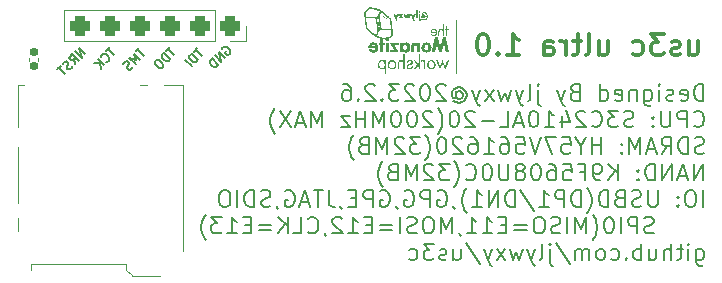
<source format=gbo>
G04 #@! TF.GenerationSoftware,KiCad,Pcbnew,(6.0.11-0)*
G04 #@! TF.CreationDate,2023-02-06T17:09:19+08:00*
G04 #@! TF.ProjectId,us3c,75733363-2e6b-4696-9361-645f70636258,rev?*
G04 #@! TF.SameCoordinates,Original*
G04 #@! TF.FileFunction,Legend,Bot*
G04 #@! TF.FilePolarity,Positive*
%FSLAX46Y46*%
G04 Gerber Fmt 4.6, Leading zero omitted, Abs format (unit mm)*
G04 Created by KiCad (PCBNEW (6.0.11-0)) date 2023-02-06 17:09:19*
%MOMM*%
%LPD*%
G01*
G04 APERTURE LIST*
G04 Aperture macros list*
%AMRoundRect*
0 Rectangle with rounded corners*
0 $1 Rounding radius*
0 $2 $3 $4 $5 $6 $7 $8 $9 X,Y pos of 4 corners*
0 Add a 4 corners polygon primitive as box body*
4,1,4,$2,$3,$4,$5,$6,$7,$8,$9,$2,$3,0*
0 Add four circle primitives for the rounded corners*
1,1,$1+$1,$2,$3*
1,1,$1+$1,$4,$5*
1,1,$1+$1,$6,$7*
1,1,$1+$1,$8,$9*
0 Add four rect primitives between the rounded corners*
20,1,$1+$1,$2,$3,$4,$5,0*
20,1,$1+$1,$4,$5,$6,$7,0*
20,1,$1+$1,$6,$7,$8,$9,0*
20,1,$1+$1,$8,$9,$2,$3,0*%
%AMRotRect*
0 Rectangle, with rotation*
0 The origin of the aperture is its center*
0 $1 length*
0 $2 width*
0 $3 Rotation angle, in degrees counterclockwise*
0 Add horizontal line*
21,1,$1,$2,0,0,$3*%
G04 Aperture macros list end*
%ADD10C,0.150000*%
%ADD11C,0.304800*%
%ADD12C,0.203200*%
%ADD13C,0.120000*%
%ADD14C,0.650000*%
%ADD15O,1.600000X1.000000*%
%ADD16O,2.100000X1.000000*%
%ADD17R,0.700000X1.400000*%
%ADD18R,0.700000X1.200000*%
%ADD19R,1.200000X0.800000*%
%ADD20R,1.200000X1.200000*%
%ADD21RotRect,0.200000X0.200000X135.000000*%
%ADD22R,1.500000X1.900000*%
%ADD23R,1.000000X1.400000*%
%ADD24R,0.500000X0.500000*%
%ADD25R,1.200000X3.200000*%
%ADD26RoundRect,0.425000X0.425000X-0.425000X0.425000X0.425000X-0.425000X0.425000X-0.425000X-0.425000X0*%
%ADD27RoundRect,0.155000X-0.155000X0.212500X-0.155000X-0.212500X0.155000X-0.212500X0.155000X0.212500X0*%
G04 APERTURE END LIST*
D10*
X33062097Y-22303971D02*
X32754202Y-22611866D01*
X33446965Y-22996734D02*
X32908149Y-22457919D01*
X32754202Y-23586865D02*
X32805518Y-23586865D01*
X32908149Y-23535549D01*
X32959465Y-23484234D01*
X33010781Y-23381602D01*
X33010781Y-23278971D01*
X32985123Y-23201997D01*
X32908149Y-23073708D01*
X32831176Y-22996734D01*
X32702886Y-22919760D01*
X32625913Y-22894102D01*
X32523281Y-22894102D01*
X32420650Y-22945418D01*
X32369334Y-22996734D01*
X32318018Y-23099365D01*
X32318018Y-23150681D01*
X32574597Y-23869102D02*
X32035782Y-23330286D01*
X32266702Y-24176996D02*
X32189729Y-23638181D01*
X31727887Y-23638181D02*
X32343676Y-23638181D01*
X40464778Y-22394290D02*
X40156884Y-22702184D01*
X40849646Y-23087052D02*
X40310831Y-22548237D01*
X40516094Y-23420605D02*
X39977279Y-22881789D01*
X39848989Y-23010079D01*
X39797674Y-23112710D01*
X39797674Y-23215342D01*
X39823331Y-23292315D01*
X39900305Y-23420605D01*
X39977279Y-23497578D01*
X40105568Y-23574552D01*
X40182542Y-23600210D01*
X40285173Y-23600210D01*
X40387805Y-23548894D01*
X40516094Y-23420605D01*
X39977279Y-23959420D02*
X39438463Y-23420605D01*
X30973946Y-22904353D02*
X30435131Y-22365537D01*
X30666051Y-23212247D01*
X30127236Y-22673432D01*
X30101578Y-23776720D02*
X30024605Y-23340537D01*
X30409473Y-23468826D02*
X29870657Y-22930011D01*
X29665394Y-23135274D01*
X29639737Y-23212247D01*
X29639737Y-23263563D01*
X29665394Y-23340537D01*
X29742368Y-23417510D01*
X29819342Y-23443168D01*
X29870657Y-23443168D01*
X29947631Y-23417510D01*
X30152894Y-23212247D01*
X29870657Y-23956325D02*
X29819342Y-24058957D01*
X29691052Y-24187246D01*
X29614079Y-24212904D01*
X29562763Y-24212904D01*
X29485789Y-24187246D01*
X29434474Y-24135931D01*
X29408816Y-24058957D01*
X29408816Y-24007641D01*
X29434474Y-23930668D01*
X29511447Y-23802378D01*
X29537105Y-23725405D01*
X29537105Y-23674089D01*
X29511447Y-23597115D01*
X29460131Y-23545799D01*
X29383158Y-23520142D01*
X29331842Y-23520142D01*
X29254868Y-23545800D01*
X29126579Y-23674089D01*
X29075263Y-23776720D01*
X28895658Y-23905010D02*
X28587764Y-24212904D01*
X29280526Y-24597772D02*
X28741711Y-24058957D01*
D11*
X82131746Y-21793200D02*
X82131746Y-22978533D01*
X82893746Y-21793200D02*
X82893746Y-22724533D01*
X82809080Y-22893866D01*
X82639746Y-22978533D01*
X82385746Y-22978533D01*
X82216413Y-22893866D01*
X82131746Y-22809200D01*
X81369746Y-22893866D02*
X81200413Y-22978533D01*
X80861746Y-22978533D01*
X80692413Y-22893866D01*
X80607746Y-22724533D01*
X80607746Y-22639866D01*
X80692413Y-22470533D01*
X80861746Y-22385866D01*
X81115746Y-22385866D01*
X81285080Y-22301200D01*
X81369746Y-22131866D01*
X81369746Y-22047200D01*
X81285080Y-21877866D01*
X81115746Y-21793200D01*
X80861746Y-21793200D01*
X80692413Y-21877866D01*
X80015080Y-21200533D02*
X78914413Y-21200533D01*
X79507080Y-21877866D01*
X79253080Y-21877866D01*
X79083746Y-21962533D01*
X78999080Y-22047200D01*
X78914413Y-22216533D01*
X78914413Y-22639866D01*
X78999080Y-22809200D01*
X79083746Y-22893866D01*
X79253080Y-22978533D01*
X79761080Y-22978533D01*
X79930413Y-22893866D01*
X80015080Y-22809200D01*
X77390413Y-22893866D02*
X77559746Y-22978533D01*
X77898413Y-22978533D01*
X78067746Y-22893866D01*
X78152413Y-22809200D01*
X78237080Y-22639866D01*
X78237080Y-22131866D01*
X78152413Y-21962533D01*
X78067746Y-21877866D01*
X77898413Y-21793200D01*
X77559746Y-21793200D01*
X77390413Y-21877866D01*
X74511746Y-21793200D02*
X74511746Y-22978533D01*
X75273746Y-21793200D02*
X75273746Y-22724533D01*
X75189080Y-22893866D01*
X75019746Y-22978533D01*
X74765746Y-22978533D01*
X74596413Y-22893866D01*
X74511746Y-22809200D01*
X73411080Y-22978533D02*
X73580413Y-22893866D01*
X73665080Y-22724533D01*
X73665080Y-21200533D01*
X72987746Y-21793200D02*
X72310413Y-21793200D01*
X72733746Y-21200533D02*
X72733746Y-22724533D01*
X72649080Y-22893866D01*
X72479746Y-22978533D01*
X72310413Y-22978533D01*
X71717746Y-22978533D02*
X71717746Y-21793200D01*
X71717746Y-22131866D02*
X71633080Y-21962533D01*
X71548413Y-21877866D01*
X71379080Y-21793200D01*
X71209746Y-21793200D01*
X69855080Y-22978533D02*
X69855080Y-22047200D01*
X69939746Y-21877866D01*
X70109080Y-21793200D01*
X70447746Y-21793200D01*
X70617080Y-21877866D01*
X69855080Y-22893866D02*
X70024413Y-22978533D01*
X70447746Y-22978533D01*
X70617080Y-22893866D01*
X70701746Y-22724533D01*
X70701746Y-22555200D01*
X70617080Y-22385866D01*
X70447746Y-22301200D01*
X70024413Y-22301200D01*
X69855080Y-22216533D01*
X66722413Y-22978533D02*
X67738413Y-22978533D01*
X67230413Y-22978533D02*
X67230413Y-21200533D01*
X67399746Y-21454533D01*
X67569080Y-21623866D01*
X67738413Y-21708533D01*
X65960413Y-22809200D02*
X65875746Y-22893866D01*
X65960413Y-22978533D01*
X66045080Y-22893866D01*
X65960413Y-22809200D01*
X65960413Y-22978533D01*
X64775080Y-21200533D02*
X64605746Y-21200533D01*
X64436413Y-21285200D01*
X64351746Y-21369866D01*
X64267080Y-21539200D01*
X64182413Y-21877866D01*
X64182413Y-22301200D01*
X64267080Y-22639866D01*
X64351746Y-22809200D01*
X64436413Y-22893866D01*
X64605746Y-22978533D01*
X64775080Y-22978533D01*
X64944413Y-22893866D01*
X65029080Y-22809200D01*
X65113746Y-22639866D01*
X65198413Y-22301200D01*
X65198413Y-21877866D01*
X65113746Y-21539200D01*
X65029080Y-21369866D01*
X64944413Y-21285200D01*
X64775080Y-21200533D01*
D10*
X38129525Y-22316542D02*
X37821631Y-22624437D01*
X38514394Y-23009305D02*
X37975578Y-22470490D01*
X38180841Y-23342857D02*
X37642026Y-22804042D01*
X37513737Y-22932331D01*
X37462421Y-23034963D01*
X37462421Y-23137594D01*
X37488079Y-23214568D01*
X37565052Y-23342857D01*
X37642026Y-23419831D01*
X37770315Y-23496805D01*
X37847289Y-23522462D01*
X37949920Y-23522462D01*
X38052552Y-23471147D01*
X38180841Y-23342857D01*
X37000579Y-23445489D02*
X36897948Y-23548120D01*
X36872290Y-23625094D01*
X36872290Y-23727725D01*
X36949263Y-23856015D01*
X37128868Y-24035620D01*
X37257158Y-24112594D01*
X37359789Y-24112594D01*
X37436763Y-24086936D01*
X37539394Y-23984304D01*
X37565052Y-23907331D01*
X37565052Y-23804699D01*
X37488079Y-23676410D01*
X37308474Y-23496805D01*
X37180184Y-23419831D01*
X37077553Y-23419831D01*
X37000579Y-23445489D01*
X42559118Y-22484866D02*
X42584776Y-22407892D01*
X42661749Y-22330919D01*
X42764381Y-22279603D01*
X42867012Y-22279603D01*
X42943986Y-22305261D01*
X43072275Y-22382234D01*
X43149249Y-22459208D01*
X43226223Y-22587497D01*
X43251880Y-22664471D01*
X43251880Y-22767102D01*
X43200565Y-22869734D01*
X43149249Y-22921050D01*
X43046617Y-22972365D01*
X42995302Y-22972365D01*
X42815697Y-22792760D01*
X42918328Y-22690129D01*
X42815697Y-23254602D02*
X42276881Y-22715787D01*
X42507802Y-23562497D01*
X41968987Y-23023681D01*
X42251223Y-23819075D02*
X41712408Y-23280260D01*
X41584119Y-23408549D01*
X41532803Y-23511181D01*
X41532803Y-23613812D01*
X41558461Y-23690786D01*
X41635434Y-23819075D01*
X41712408Y-23896049D01*
X41840697Y-23973023D01*
X41917671Y-23998680D01*
X42020302Y-23998680D01*
X42122934Y-23947365D01*
X42251223Y-23819075D01*
X35551554Y-22379913D02*
X35243660Y-22687808D01*
X35936423Y-23072676D02*
X35397607Y-22533861D01*
X35602870Y-23406228D02*
X35064055Y-22867413D01*
X35269318Y-23431886D01*
X34704845Y-23226623D01*
X35243660Y-23765439D01*
X34987081Y-23970702D02*
X34935765Y-24073333D01*
X34807476Y-24201623D01*
X34730502Y-24227280D01*
X34679187Y-24227280D01*
X34602213Y-24201623D01*
X34550897Y-24150307D01*
X34525239Y-24073333D01*
X34525239Y-24022017D01*
X34550897Y-23945044D01*
X34627871Y-23816754D01*
X34653529Y-23739781D01*
X34653529Y-23688465D01*
X34627871Y-23611491D01*
X34576555Y-23560176D01*
X34499582Y-23534518D01*
X34448266Y-23534518D01*
X34371292Y-23560176D01*
X34243003Y-23688465D01*
X34191687Y-23791097D01*
D12*
X83304500Y-26853666D02*
X83304500Y-25456666D01*
X82971881Y-25456666D01*
X82772310Y-25523190D01*
X82639262Y-25656237D01*
X82572739Y-25789285D01*
X82506215Y-26055380D01*
X82506215Y-26254951D01*
X82572739Y-26521047D01*
X82639262Y-26654094D01*
X82772310Y-26787142D01*
X82971881Y-26853666D01*
X83304500Y-26853666D01*
X81375310Y-26787142D02*
X81508358Y-26853666D01*
X81774453Y-26853666D01*
X81907500Y-26787142D01*
X81974024Y-26654094D01*
X81974024Y-26121904D01*
X81907500Y-25988856D01*
X81774453Y-25922332D01*
X81508358Y-25922332D01*
X81375310Y-25988856D01*
X81308786Y-26121904D01*
X81308786Y-26254951D01*
X81974024Y-26387999D01*
X80776596Y-26787142D02*
X80643548Y-26853666D01*
X80377453Y-26853666D01*
X80244405Y-26787142D01*
X80177881Y-26654094D01*
X80177881Y-26587570D01*
X80244405Y-26454523D01*
X80377453Y-26387999D01*
X80577024Y-26387999D01*
X80710072Y-26321475D01*
X80776596Y-26188428D01*
X80776596Y-26121904D01*
X80710072Y-25988856D01*
X80577024Y-25922332D01*
X80377453Y-25922332D01*
X80244405Y-25988856D01*
X79579167Y-26853666D02*
X79579167Y-25922332D01*
X79579167Y-25456666D02*
X79645691Y-25523190D01*
X79579167Y-25589713D01*
X79512643Y-25523190D01*
X79579167Y-25456666D01*
X79579167Y-25589713D01*
X78315215Y-25922332D02*
X78315215Y-27053237D01*
X78381739Y-27186285D01*
X78448262Y-27252809D01*
X78581310Y-27319332D01*
X78780881Y-27319332D01*
X78913929Y-27252809D01*
X78315215Y-26787142D02*
X78448262Y-26853666D01*
X78714358Y-26853666D01*
X78847405Y-26787142D01*
X78913929Y-26720618D01*
X78980453Y-26587570D01*
X78980453Y-26188428D01*
X78913929Y-26055380D01*
X78847405Y-25988856D01*
X78714358Y-25922332D01*
X78448262Y-25922332D01*
X78315215Y-25988856D01*
X77649977Y-25922332D02*
X77649977Y-26853666D01*
X77649977Y-26055380D02*
X77583453Y-25988856D01*
X77450405Y-25922332D01*
X77250834Y-25922332D01*
X77117786Y-25988856D01*
X77051262Y-26121904D01*
X77051262Y-26853666D01*
X75853834Y-26787142D02*
X75986881Y-26853666D01*
X76252977Y-26853666D01*
X76386024Y-26787142D01*
X76452548Y-26654094D01*
X76452548Y-26121904D01*
X76386024Y-25988856D01*
X76252977Y-25922332D01*
X75986881Y-25922332D01*
X75853834Y-25988856D01*
X75787310Y-26121904D01*
X75787310Y-26254951D01*
X76452548Y-26387999D01*
X74589881Y-26853666D02*
X74589881Y-25456666D01*
X74589881Y-26787142D02*
X74722929Y-26853666D01*
X74989024Y-26853666D01*
X75122072Y-26787142D01*
X75188596Y-26720618D01*
X75255120Y-26587570D01*
X75255120Y-26188428D01*
X75188596Y-26055380D01*
X75122072Y-25988856D01*
X74989024Y-25922332D01*
X74722929Y-25922332D01*
X74589881Y-25988856D01*
X72394596Y-26121904D02*
X72195024Y-26188428D01*
X72128500Y-26254951D01*
X72061977Y-26387999D01*
X72061977Y-26587570D01*
X72128500Y-26720618D01*
X72195024Y-26787142D01*
X72328072Y-26853666D01*
X72860262Y-26853666D01*
X72860262Y-25456666D01*
X72394596Y-25456666D01*
X72261548Y-25523190D01*
X72195024Y-25589713D01*
X72128500Y-25722761D01*
X72128500Y-25855809D01*
X72195024Y-25988856D01*
X72261548Y-26055380D01*
X72394596Y-26121904D01*
X72860262Y-26121904D01*
X71596310Y-25922332D02*
X71263691Y-26853666D01*
X70931072Y-25922332D02*
X71263691Y-26853666D01*
X71396739Y-27186285D01*
X71463262Y-27252809D01*
X71596310Y-27319332D01*
X69334500Y-25922332D02*
X69334500Y-27119761D01*
X69401024Y-27252809D01*
X69534072Y-27319332D01*
X69600596Y-27319332D01*
X69334500Y-25456666D02*
X69401024Y-25523190D01*
X69334500Y-25589713D01*
X69267977Y-25523190D01*
X69334500Y-25456666D01*
X69334500Y-25589713D01*
X68469691Y-26853666D02*
X68602739Y-26787142D01*
X68669262Y-26654094D01*
X68669262Y-25456666D01*
X68070548Y-25922332D02*
X67737929Y-26853666D01*
X67405310Y-25922332D02*
X67737929Y-26853666D01*
X67870977Y-27186285D01*
X67937500Y-27252809D01*
X68070548Y-27319332D01*
X67006167Y-25922332D02*
X66740072Y-26853666D01*
X66473977Y-26188428D01*
X66207881Y-26853666D01*
X65941786Y-25922332D01*
X65542643Y-26853666D02*
X64810881Y-25922332D01*
X65542643Y-25922332D02*
X64810881Y-26853666D01*
X64411739Y-25922332D02*
X64079120Y-26853666D01*
X63746500Y-25922332D02*
X64079120Y-26853666D01*
X64212167Y-27186285D01*
X64278691Y-27252809D01*
X64411739Y-27319332D01*
X62349500Y-26188428D02*
X62416024Y-26121904D01*
X62549072Y-26055380D01*
X62682120Y-26055380D01*
X62815167Y-26121904D01*
X62881691Y-26188428D01*
X62948215Y-26321475D01*
X62948215Y-26454523D01*
X62881691Y-26587570D01*
X62815167Y-26654094D01*
X62682120Y-26720618D01*
X62549072Y-26720618D01*
X62416024Y-26654094D01*
X62349500Y-26587570D01*
X62349500Y-26055380D02*
X62349500Y-26587570D01*
X62282977Y-26654094D01*
X62216453Y-26654094D01*
X62083405Y-26587570D01*
X62016881Y-26454523D01*
X62016881Y-26121904D01*
X62149929Y-25922332D01*
X62349500Y-25789285D01*
X62615596Y-25722761D01*
X62881691Y-25789285D01*
X63081262Y-25922332D01*
X63214310Y-26121904D01*
X63280834Y-26387999D01*
X63214310Y-26654094D01*
X63081262Y-26853666D01*
X62881691Y-26986713D01*
X62615596Y-27053237D01*
X62349500Y-26986713D01*
X62149929Y-26853666D01*
X61484691Y-25589713D02*
X61418167Y-25523190D01*
X61285120Y-25456666D01*
X60952500Y-25456666D01*
X60819453Y-25523190D01*
X60752929Y-25589713D01*
X60686405Y-25722761D01*
X60686405Y-25855809D01*
X60752929Y-26055380D01*
X61551215Y-26853666D01*
X60686405Y-26853666D01*
X59821596Y-25456666D02*
X59688548Y-25456666D01*
X59555500Y-25523190D01*
X59488977Y-25589713D01*
X59422453Y-25722761D01*
X59355929Y-25988856D01*
X59355929Y-26321475D01*
X59422453Y-26587570D01*
X59488977Y-26720618D01*
X59555500Y-26787142D01*
X59688548Y-26853666D01*
X59821596Y-26853666D01*
X59954643Y-26787142D01*
X60021167Y-26720618D01*
X60087691Y-26587570D01*
X60154215Y-26321475D01*
X60154215Y-25988856D01*
X60087691Y-25722761D01*
X60021167Y-25589713D01*
X59954643Y-25523190D01*
X59821596Y-25456666D01*
X58823739Y-25589713D02*
X58757215Y-25523190D01*
X58624167Y-25456666D01*
X58291548Y-25456666D01*
X58158500Y-25523190D01*
X58091977Y-25589713D01*
X58025453Y-25722761D01*
X58025453Y-25855809D01*
X58091977Y-26055380D01*
X58890262Y-26853666D01*
X58025453Y-26853666D01*
X57559786Y-25456666D02*
X56694977Y-25456666D01*
X57160643Y-25988856D01*
X56961072Y-25988856D01*
X56828024Y-26055380D01*
X56761500Y-26121904D01*
X56694977Y-26254951D01*
X56694977Y-26587570D01*
X56761500Y-26720618D01*
X56828024Y-26787142D01*
X56961072Y-26853666D01*
X57360215Y-26853666D01*
X57493262Y-26787142D01*
X57559786Y-26720618D01*
X56096262Y-26720618D02*
X56029739Y-26787142D01*
X56096262Y-26853666D01*
X56162786Y-26787142D01*
X56096262Y-26720618D01*
X56096262Y-26853666D01*
X55497548Y-25589713D02*
X55431024Y-25523190D01*
X55297977Y-25456666D01*
X54965358Y-25456666D01*
X54832310Y-25523190D01*
X54765786Y-25589713D01*
X54699262Y-25722761D01*
X54699262Y-25855809D01*
X54765786Y-26055380D01*
X55564072Y-26853666D01*
X54699262Y-26853666D01*
X54100548Y-26720618D02*
X54034024Y-26787142D01*
X54100548Y-26853666D01*
X54167072Y-26787142D01*
X54100548Y-26720618D01*
X54100548Y-26853666D01*
X52836596Y-25456666D02*
X53102691Y-25456666D01*
X53235739Y-25523190D01*
X53302262Y-25589713D01*
X53435310Y-25789285D01*
X53501834Y-26055380D01*
X53501834Y-26587570D01*
X53435310Y-26720618D01*
X53368786Y-26787142D01*
X53235739Y-26853666D01*
X52969643Y-26853666D01*
X52836596Y-26787142D01*
X52770072Y-26720618D01*
X52703548Y-26587570D01*
X52703548Y-26254951D01*
X52770072Y-26121904D01*
X52836596Y-26055380D01*
X52969643Y-25988856D01*
X53235739Y-25988856D01*
X53368786Y-26055380D01*
X53435310Y-26121904D01*
X53501834Y-26254951D01*
X82506215Y-28969788D02*
X82572739Y-29036312D01*
X82772310Y-29102836D01*
X82905358Y-29102836D01*
X83104929Y-29036312D01*
X83237977Y-28903264D01*
X83304500Y-28770217D01*
X83371024Y-28504121D01*
X83371024Y-28304550D01*
X83304500Y-28038455D01*
X83237977Y-27905407D01*
X83104929Y-27772360D01*
X82905358Y-27705836D01*
X82772310Y-27705836D01*
X82572739Y-27772360D01*
X82506215Y-27838883D01*
X81907500Y-29102836D02*
X81907500Y-27705836D01*
X81375310Y-27705836D01*
X81242262Y-27772360D01*
X81175739Y-27838883D01*
X81109215Y-27971931D01*
X81109215Y-28171502D01*
X81175739Y-28304550D01*
X81242262Y-28371074D01*
X81375310Y-28437598D01*
X81907500Y-28437598D01*
X80510500Y-27705836D02*
X80510500Y-28836740D01*
X80443977Y-28969788D01*
X80377453Y-29036312D01*
X80244405Y-29102836D01*
X79978310Y-29102836D01*
X79845262Y-29036312D01*
X79778739Y-28969788D01*
X79712215Y-28836740D01*
X79712215Y-27705836D01*
X79046977Y-28969788D02*
X78980453Y-29036312D01*
X79046977Y-29102836D01*
X79113500Y-29036312D01*
X79046977Y-28969788D01*
X79046977Y-29102836D01*
X79046977Y-28238026D02*
X78980453Y-28304550D01*
X79046977Y-28371074D01*
X79113500Y-28304550D01*
X79046977Y-28238026D01*
X79046977Y-28371074D01*
X77383881Y-29036312D02*
X77184310Y-29102836D01*
X76851691Y-29102836D01*
X76718643Y-29036312D01*
X76652120Y-28969788D01*
X76585596Y-28836740D01*
X76585596Y-28703693D01*
X76652120Y-28570645D01*
X76718643Y-28504121D01*
X76851691Y-28437598D01*
X77117786Y-28371074D01*
X77250834Y-28304550D01*
X77317358Y-28238026D01*
X77383881Y-28104979D01*
X77383881Y-27971931D01*
X77317358Y-27838883D01*
X77250834Y-27772360D01*
X77117786Y-27705836D01*
X76785167Y-27705836D01*
X76585596Y-27772360D01*
X76119929Y-27705836D02*
X75255120Y-27705836D01*
X75720786Y-28238026D01*
X75521215Y-28238026D01*
X75388167Y-28304550D01*
X75321643Y-28371074D01*
X75255120Y-28504121D01*
X75255120Y-28836740D01*
X75321643Y-28969788D01*
X75388167Y-29036312D01*
X75521215Y-29102836D01*
X75920358Y-29102836D01*
X76053405Y-29036312D01*
X76119929Y-28969788D01*
X73858120Y-28969788D02*
X73924643Y-29036312D01*
X74124215Y-29102836D01*
X74257262Y-29102836D01*
X74456834Y-29036312D01*
X74589881Y-28903264D01*
X74656405Y-28770217D01*
X74722929Y-28504121D01*
X74722929Y-28304550D01*
X74656405Y-28038455D01*
X74589881Y-27905407D01*
X74456834Y-27772360D01*
X74257262Y-27705836D01*
X74124215Y-27705836D01*
X73924643Y-27772360D01*
X73858120Y-27838883D01*
X73325929Y-27838883D02*
X73259405Y-27772360D01*
X73126358Y-27705836D01*
X72793739Y-27705836D01*
X72660691Y-27772360D01*
X72594167Y-27838883D01*
X72527643Y-27971931D01*
X72527643Y-28104979D01*
X72594167Y-28304550D01*
X73392453Y-29102836D01*
X72527643Y-29102836D01*
X71330215Y-28171502D02*
X71330215Y-29102836D01*
X71662834Y-27639312D02*
X71995453Y-28637169D01*
X71130643Y-28637169D01*
X69866691Y-29102836D02*
X70664977Y-29102836D01*
X70265834Y-29102836D02*
X70265834Y-27705836D01*
X70398881Y-27905407D01*
X70531929Y-28038455D01*
X70664977Y-28104979D01*
X69001881Y-27705836D02*
X68868834Y-27705836D01*
X68735786Y-27772360D01*
X68669262Y-27838883D01*
X68602739Y-27971931D01*
X68536215Y-28238026D01*
X68536215Y-28570645D01*
X68602739Y-28836740D01*
X68669262Y-28969788D01*
X68735786Y-29036312D01*
X68868834Y-29102836D01*
X69001881Y-29102836D01*
X69134929Y-29036312D01*
X69201453Y-28969788D01*
X69267977Y-28836740D01*
X69334500Y-28570645D01*
X69334500Y-28238026D01*
X69267977Y-27971931D01*
X69201453Y-27838883D01*
X69134929Y-27772360D01*
X69001881Y-27705836D01*
X68004024Y-28703693D02*
X67338786Y-28703693D01*
X68137072Y-29102836D02*
X67671405Y-27705836D01*
X67205739Y-29102836D01*
X66074834Y-29102836D02*
X66740072Y-29102836D01*
X66740072Y-27705836D01*
X65609167Y-28570645D02*
X64544786Y-28570645D01*
X63946072Y-27838883D02*
X63879548Y-27772360D01*
X63746500Y-27705836D01*
X63413881Y-27705836D01*
X63280834Y-27772360D01*
X63214310Y-27838883D01*
X63147786Y-27971931D01*
X63147786Y-28104979D01*
X63214310Y-28304550D01*
X64012596Y-29102836D01*
X63147786Y-29102836D01*
X62282977Y-27705836D02*
X62149929Y-27705836D01*
X62016881Y-27772360D01*
X61950358Y-27838883D01*
X61883834Y-27971931D01*
X61817310Y-28238026D01*
X61817310Y-28570645D01*
X61883834Y-28836740D01*
X61950358Y-28969788D01*
X62016881Y-29036312D01*
X62149929Y-29102836D01*
X62282977Y-29102836D01*
X62416024Y-29036312D01*
X62482548Y-28969788D01*
X62549072Y-28836740D01*
X62615596Y-28570645D01*
X62615596Y-28238026D01*
X62549072Y-27971931D01*
X62482548Y-27838883D01*
X62416024Y-27772360D01*
X62282977Y-27705836D01*
X60819453Y-29635026D02*
X60885977Y-29568502D01*
X61019024Y-29368931D01*
X61085548Y-29235883D01*
X61152072Y-29036312D01*
X61218596Y-28703693D01*
X61218596Y-28437598D01*
X61152072Y-28104979D01*
X61085548Y-27905407D01*
X61019024Y-27772360D01*
X60885977Y-27572788D01*
X60819453Y-27506264D01*
X60353786Y-27838883D02*
X60287262Y-27772360D01*
X60154215Y-27705836D01*
X59821596Y-27705836D01*
X59688548Y-27772360D01*
X59622024Y-27838883D01*
X59555500Y-27971931D01*
X59555500Y-28104979D01*
X59622024Y-28304550D01*
X60420310Y-29102836D01*
X59555500Y-29102836D01*
X58690691Y-27705836D02*
X58557643Y-27705836D01*
X58424596Y-27772360D01*
X58358072Y-27838883D01*
X58291548Y-27971931D01*
X58225024Y-28238026D01*
X58225024Y-28570645D01*
X58291548Y-28836740D01*
X58358072Y-28969788D01*
X58424596Y-29036312D01*
X58557643Y-29102836D01*
X58690691Y-29102836D01*
X58823739Y-29036312D01*
X58890262Y-28969788D01*
X58956786Y-28836740D01*
X59023310Y-28570645D01*
X59023310Y-28238026D01*
X58956786Y-27971931D01*
X58890262Y-27838883D01*
X58823739Y-27772360D01*
X58690691Y-27705836D01*
X57360215Y-27705836D02*
X57227167Y-27705836D01*
X57094120Y-27772360D01*
X57027596Y-27838883D01*
X56961072Y-27971931D01*
X56894548Y-28238026D01*
X56894548Y-28570645D01*
X56961072Y-28836740D01*
X57027596Y-28969788D01*
X57094120Y-29036312D01*
X57227167Y-29102836D01*
X57360215Y-29102836D01*
X57493262Y-29036312D01*
X57559786Y-28969788D01*
X57626310Y-28836740D01*
X57692834Y-28570645D01*
X57692834Y-28238026D01*
X57626310Y-27971931D01*
X57559786Y-27838883D01*
X57493262Y-27772360D01*
X57360215Y-27705836D01*
X56295834Y-29102836D02*
X56295834Y-27705836D01*
X55830167Y-28703693D01*
X55364500Y-27705836D01*
X55364500Y-29102836D01*
X54699262Y-29102836D02*
X54699262Y-27705836D01*
X54699262Y-28371074D02*
X53900977Y-28371074D01*
X53900977Y-29102836D02*
X53900977Y-27705836D01*
X53368786Y-28171502D02*
X52637024Y-28171502D01*
X53368786Y-29102836D01*
X52637024Y-29102836D01*
X51040453Y-29102836D02*
X51040453Y-27705836D01*
X50574786Y-28703693D01*
X50109120Y-27705836D01*
X50109120Y-29102836D01*
X49510405Y-28703693D02*
X48845167Y-28703693D01*
X49643453Y-29102836D02*
X49177786Y-27705836D01*
X48712120Y-29102836D01*
X48379500Y-27705836D02*
X47448167Y-29102836D01*
X47448167Y-27705836D02*
X48379500Y-29102836D01*
X47049024Y-29635026D02*
X46982500Y-29568502D01*
X46849453Y-29368931D01*
X46782929Y-29235883D01*
X46716405Y-29036312D01*
X46649881Y-28703693D01*
X46649881Y-28437598D01*
X46716405Y-28104979D01*
X46782929Y-27905407D01*
X46849453Y-27772360D01*
X46982500Y-27572788D01*
X47049024Y-27506264D01*
X83371024Y-31285482D02*
X83171453Y-31352006D01*
X82838834Y-31352006D01*
X82705786Y-31285482D01*
X82639262Y-31218958D01*
X82572739Y-31085910D01*
X82572739Y-30952863D01*
X82639262Y-30819815D01*
X82705786Y-30753291D01*
X82838834Y-30686768D01*
X83104929Y-30620244D01*
X83237977Y-30553720D01*
X83304500Y-30487196D01*
X83371024Y-30354149D01*
X83371024Y-30221101D01*
X83304500Y-30088053D01*
X83237977Y-30021530D01*
X83104929Y-29955006D01*
X82772310Y-29955006D01*
X82572739Y-30021530D01*
X81974024Y-31352006D02*
X81974024Y-29955006D01*
X81641405Y-29955006D01*
X81441834Y-30021530D01*
X81308786Y-30154577D01*
X81242262Y-30287625D01*
X81175739Y-30553720D01*
X81175739Y-30753291D01*
X81242262Y-31019387D01*
X81308786Y-31152434D01*
X81441834Y-31285482D01*
X81641405Y-31352006D01*
X81974024Y-31352006D01*
X79778739Y-31352006D02*
X80244405Y-30686768D01*
X80577024Y-31352006D02*
X80577024Y-29955006D01*
X80044834Y-29955006D01*
X79911786Y-30021530D01*
X79845262Y-30088053D01*
X79778739Y-30221101D01*
X79778739Y-30420672D01*
X79845262Y-30553720D01*
X79911786Y-30620244D01*
X80044834Y-30686768D01*
X80577024Y-30686768D01*
X79246548Y-30952863D02*
X78581310Y-30952863D01*
X79379596Y-31352006D02*
X78913929Y-29955006D01*
X78448262Y-31352006D01*
X77982596Y-31352006D02*
X77982596Y-29955006D01*
X77516929Y-30952863D01*
X77051262Y-29955006D01*
X77051262Y-31352006D01*
X76386024Y-31218958D02*
X76319500Y-31285482D01*
X76386024Y-31352006D01*
X76452548Y-31285482D01*
X76386024Y-31218958D01*
X76386024Y-31352006D01*
X76386024Y-30487196D02*
X76319500Y-30553720D01*
X76386024Y-30620244D01*
X76452548Y-30553720D01*
X76386024Y-30487196D01*
X76386024Y-30620244D01*
X74656405Y-31352006D02*
X74656405Y-29955006D01*
X74656405Y-30620244D02*
X73858120Y-30620244D01*
X73858120Y-31352006D02*
X73858120Y-29955006D01*
X72926786Y-30686768D02*
X72926786Y-31352006D01*
X73392453Y-29955006D02*
X72926786Y-30686768D01*
X72461120Y-29955006D01*
X71330215Y-29955006D02*
X71995453Y-29955006D01*
X72061977Y-30620244D01*
X71995453Y-30553720D01*
X71862405Y-30487196D01*
X71529786Y-30487196D01*
X71396739Y-30553720D01*
X71330215Y-30620244D01*
X71263691Y-30753291D01*
X71263691Y-31085910D01*
X71330215Y-31218958D01*
X71396739Y-31285482D01*
X71529786Y-31352006D01*
X71862405Y-31352006D01*
X71995453Y-31285482D01*
X72061977Y-31218958D01*
X70798024Y-29955006D02*
X69866691Y-29955006D01*
X70465405Y-31352006D01*
X69534072Y-29955006D02*
X69068405Y-31352006D01*
X68602739Y-29955006D01*
X67471834Y-29955006D02*
X68137072Y-29955006D01*
X68203596Y-30620244D01*
X68137072Y-30553720D01*
X68004024Y-30487196D01*
X67671405Y-30487196D01*
X67538358Y-30553720D01*
X67471834Y-30620244D01*
X67405310Y-30753291D01*
X67405310Y-31085910D01*
X67471834Y-31218958D01*
X67538358Y-31285482D01*
X67671405Y-31352006D01*
X68004024Y-31352006D01*
X68137072Y-31285482D01*
X68203596Y-31218958D01*
X66207881Y-29955006D02*
X66473977Y-29955006D01*
X66607024Y-30021530D01*
X66673548Y-30088053D01*
X66806596Y-30287625D01*
X66873120Y-30553720D01*
X66873120Y-31085910D01*
X66806596Y-31218958D01*
X66740072Y-31285482D01*
X66607024Y-31352006D01*
X66340929Y-31352006D01*
X66207881Y-31285482D01*
X66141358Y-31218958D01*
X66074834Y-31085910D01*
X66074834Y-30753291D01*
X66141358Y-30620244D01*
X66207881Y-30553720D01*
X66340929Y-30487196D01*
X66607024Y-30487196D01*
X66740072Y-30553720D01*
X66806596Y-30620244D01*
X66873120Y-30753291D01*
X64744358Y-31352006D02*
X65542643Y-31352006D01*
X65143500Y-31352006D02*
X65143500Y-29955006D01*
X65276548Y-30154577D01*
X65409596Y-30287625D01*
X65542643Y-30354149D01*
X63546929Y-29955006D02*
X63813024Y-29955006D01*
X63946072Y-30021530D01*
X64012596Y-30088053D01*
X64145643Y-30287625D01*
X64212167Y-30553720D01*
X64212167Y-31085910D01*
X64145643Y-31218958D01*
X64079120Y-31285482D01*
X63946072Y-31352006D01*
X63679977Y-31352006D01*
X63546929Y-31285482D01*
X63480405Y-31218958D01*
X63413881Y-31085910D01*
X63413881Y-30753291D01*
X63480405Y-30620244D01*
X63546929Y-30553720D01*
X63679977Y-30487196D01*
X63946072Y-30487196D01*
X64079120Y-30553720D01*
X64145643Y-30620244D01*
X64212167Y-30753291D01*
X62881691Y-30088053D02*
X62815167Y-30021530D01*
X62682120Y-29955006D01*
X62349500Y-29955006D01*
X62216453Y-30021530D01*
X62149929Y-30088053D01*
X62083405Y-30221101D01*
X62083405Y-30354149D01*
X62149929Y-30553720D01*
X62948215Y-31352006D01*
X62083405Y-31352006D01*
X61218596Y-29955006D02*
X61085548Y-29955006D01*
X60952500Y-30021530D01*
X60885977Y-30088053D01*
X60819453Y-30221101D01*
X60752929Y-30487196D01*
X60752929Y-30819815D01*
X60819453Y-31085910D01*
X60885977Y-31218958D01*
X60952500Y-31285482D01*
X61085548Y-31352006D01*
X61218596Y-31352006D01*
X61351643Y-31285482D01*
X61418167Y-31218958D01*
X61484691Y-31085910D01*
X61551215Y-30819815D01*
X61551215Y-30487196D01*
X61484691Y-30221101D01*
X61418167Y-30088053D01*
X61351643Y-30021530D01*
X61218596Y-29955006D01*
X59755072Y-31884196D02*
X59821596Y-31817672D01*
X59954643Y-31618101D01*
X60021167Y-31485053D01*
X60087691Y-31285482D01*
X60154215Y-30952863D01*
X60154215Y-30686768D01*
X60087691Y-30354149D01*
X60021167Y-30154577D01*
X59954643Y-30021530D01*
X59821596Y-29821958D01*
X59755072Y-29755434D01*
X59355929Y-29955006D02*
X58491120Y-29955006D01*
X58956786Y-30487196D01*
X58757215Y-30487196D01*
X58624167Y-30553720D01*
X58557643Y-30620244D01*
X58491120Y-30753291D01*
X58491120Y-31085910D01*
X58557643Y-31218958D01*
X58624167Y-31285482D01*
X58757215Y-31352006D01*
X59156358Y-31352006D01*
X59289405Y-31285482D01*
X59355929Y-31218958D01*
X57958929Y-30088053D02*
X57892405Y-30021530D01*
X57759358Y-29955006D01*
X57426739Y-29955006D01*
X57293691Y-30021530D01*
X57227167Y-30088053D01*
X57160643Y-30221101D01*
X57160643Y-30354149D01*
X57227167Y-30553720D01*
X58025453Y-31352006D01*
X57160643Y-31352006D01*
X56561929Y-31352006D02*
X56561929Y-29955006D01*
X56096262Y-30952863D01*
X55630596Y-29955006D01*
X55630596Y-31352006D01*
X54499691Y-30620244D02*
X54300120Y-30686768D01*
X54233596Y-30753291D01*
X54167072Y-30886339D01*
X54167072Y-31085910D01*
X54233596Y-31218958D01*
X54300120Y-31285482D01*
X54433167Y-31352006D01*
X54965358Y-31352006D01*
X54965358Y-29955006D01*
X54499691Y-29955006D01*
X54366643Y-30021530D01*
X54300120Y-30088053D01*
X54233596Y-30221101D01*
X54233596Y-30354149D01*
X54300120Y-30487196D01*
X54366643Y-30553720D01*
X54499691Y-30620244D01*
X54965358Y-30620244D01*
X53701405Y-31884196D02*
X53634881Y-31817672D01*
X53501834Y-31618101D01*
X53435310Y-31485053D01*
X53368786Y-31285482D01*
X53302262Y-30952863D01*
X53302262Y-30686768D01*
X53368786Y-30354149D01*
X53435310Y-30154577D01*
X53501834Y-30021530D01*
X53634881Y-29821958D01*
X53701405Y-29755434D01*
X83304500Y-33601176D02*
X83304500Y-32204176D01*
X82506215Y-33601176D01*
X82506215Y-32204176D01*
X81907500Y-33202033D02*
X81242262Y-33202033D01*
X82040548Y-33601176D02*
X81574881Y-32204176D01*
X81109215Y-33601176D01*
X80643548Y-33601176D02*
X80643548Y-32204176D01*
X79845262Y-33601176D01*
X79845262Y-32204176D01*
X79180024Y-33601176D02*
X79180024Y-32204176D01*
X78847405Y-32204176D01*
X78647834Y-32270700D01*
X78514786Y-32403747D01*
X78448262Y-32536795D01*
X78381739Y-32802890D01*
X78381739Y-33002461D01*
X78448262Y-33268557D01*
X78514786Y-33401604D01*
X78647834Y-33534652D01*
X78847405Y-33601176D01*
X79180024Y-33601176D01*
X77783024Y-33468128D02*
X77716500Y-33534652D01*
X77783024Y-33601176D01*
X77849548Y-33534652D01*
X77783024Y-33468128D01*
X77783024Y-33601176D01*
X77783024Y-32736366D02*
X77716500Y-32802890D01*
X77783024Y-32869414D01*
X77849548Y-32802890D01*
X77783024Y-32736366D01*
X77783024Y-32869414D01*
X76053405Y-33601176D02*
X76053405Y-32204176D01*
X75255120Y-33601176D02*
X75853834Y-32802890D01*
X75255120Y-32204176D02*
X76053405Y-33002461D01*
X74589881Y-33601176D02*
X74323786Y-33601176D01*
X74190739Y-33534652D01*
X74124215Y-33468128D01*
X73991167Y-33268557D01*
X73924643Y-33002461D01*
X73924643Y-32470271D01*
X73991167Y-32337223D01*
X74057691Y-32270700D01*
X74190739Y-32204176D01*
X74456834Y-32204176D01*
X74589881Y-32270700D01*
X74656405Y-32337223D01*
X74722929Y-32470271D01*
X74722929Y-32802890D01*
X74656405Y-32935938D01*
X74589881Y-33002461D01*
X74456834Y-33068985D01*
X74190739Y-33068985D01*
X74057691Y-33002461D01*
X73991167Y-32935938D01*
X73924643Y-32802890D01*
X72860262Y-32869414D02*
X73325929Y-32869414D01*
X73325929Y-33601176D02*
X73325929Y-32204176D01*
X72660691Y-32204176D01*
X71463262Y-32204176D02*
X72128500Y-32204176D01*
X72195024Y-32869414D01*
X72128500Y-32802890D01*
X71995453Y-32736366D01*
X71662834Y-32736366D01*
X71529786Y-32802890D01*
X71463262Y-32869414D01*
X71396739Y-33002461D01*
X71396739Y-33335080D01*
X71463262Y-33468128D01*
X71529786Y-33534652D01*
X71662834Y-33601176D01*
X71995453Y-33601176D01*
X72128500Y-33534652D01*
X72195024Y-33468128D01*
X70199310Y-32204176D02*
X70465405Y-32204176D01*
X70598453Y-32270700D01*
X70664977Y-32337223D01*
X70798024Y-32536795D01*
X70864548Y-32802890D01*
X70864548Y-33335080D01*
X70798024Y-33468128D01*
X70731500Y-33534652D01*
X70598453Y-33601176D01*
X70332358Y-33601176D01*
X70199310Y-33534652D01*
X70132786Y-33468128D01*
X70066262Y-33335080D01*
X70066262Y-33002461D01*
X70132786Y-32869414D01*
X70199310Y-32802890D01*
X70332358Y-32736366D01*
X70598453Y-32736366D01*
X70731500Y-32802890D01*
X70798024Y-32869414D01*
X70864548Y-33002461D01*
X69201453Y-32204176D02*
X69068405Y-32204176D01*
X68935358Y-32270700D01*
X68868834Y-32337223D01*
X68802310Y-32470271D01*
X68735786Y-32736366D01*
X68735786Y-33068985D01*
X68802310Y-33335080D01*
X68868834Y-33468128D01*
X68935358Y-33534652D01*
X69068405Y-33601176D01*
X69201453Y-33601176D01*
X69334500Y-33534652D01*
X69401024Y-33468128D01*
X69467548Y-33335080D01*
X69534072Y-33068985D01*
X69534072Y-32736366D01*
X69467548Y-32470271D01*
X69401024Y-32337223D01*
X69334500Y-32270700D01*
X69201453Y-32204176D01*
X67937500Y-32802890D02*
X68070548Y-32736366D01*
X68137072Y-32669842D01*
X68203596Y-32536795D01*
X68203596Y-32470271D01*
X68137072Y-32337223D01*
X68070548Y-32270700D01*
X67937500Y-32204176D01*
X67671405Y-32204176D01*
X67538358Y-32270700D01*
X67471834Y-32337223D01*
X67405310Y-32470271D01*
X67405310Y-32536795D01*
X67471834Y-32669842D01*
X67538358Y-32736366D01*
X67671405Y-32802890D01*
X67937500Y-32802890D01*
X68070548Y-32869414D01*
X68137072Y-32935938D01*
X68203596Y-33068985D01*
X68203596Y-33335080D01*
X68137072Y-33468128D01*
X68070548Y-33534652D01*
X67937500Y-33601176D01*
X67671405Y-33601176D01*
X67538358Y-33534652D01*
X67471834Y-33468128D01*
X67405310Y-33335080D01*
X67405310Y-33068985D01*
X67471834Y-32935938D01*
X67538358Y-32869414D01*
X67671405Y-32802890D01*
X66806596Y-32204176D02*
X66806596Y-33335080D01*
X66740072Y-33468128D01*
X66673548Y-33534652D01*
X66540500Y-33601176D01*
X66274405Y-33601176D01*
X66141358Y-33534652D01*
X66074834Y-33468128D01*
X66008310Y-33335080D01*
X66008310Y-32204176D01*
X65076977Y-32204176D02*
X64943929Y-32204176D01*
X64810881Y-32270700D01*
X64744358Y-32337223D01*
X64677834Y-32470271D01*
X64611310Y-32736366D01*
X64611310Y-33068985D01*
X64677834Y-33335080D01*
X64744358Y-33468128D01*
X64810881Y-33534652D01*
X64943929Y-33601176D01*
X65076977Y-33601176D01*
X65210024Y-33534652D01*
X65276548Y-33468128D01*
X65343072Y-33335080D01*
X65409596Y-33068985D01*
X65409596Y-32736366D01*
X65343072Y-32470271D01*
X65276548Y-32337223D01*
X65210024Y-32270700D01*
X65076977Y-32204176D01*
X63214310Y-33468128D02*
X63280834Y-33534652D01*
X63480405Y-33601176D01*
X63613453Y-33601176D01*
X63813024Y-33534652D01*
X63946072Y-33401604D01*
X64012596Y-33268557D01*
X64079120Y-33002461D01*
X64079120Y-32802890D01*
X64012596Y-32536795D01*
X63946072Y-32403747D01*
X63813024Y-32270700D01*
X63613453Y-32204176D01*
X63480405Y-32204176D01*
X63280834Y-32270700D01*
X63214310Y-32337223D01*
X62216453Y-34133366D02*
X62282977Y-34066842D01*
X62416024Y-33867271D01*
X62482548Y-33734223D01*
X62549072Y-33534652D01*
X62615596Y-33202033D01*
X62615596Y-32935938D01*
X62549072Y-32603319D01*
X62482548Y-32403747D01*
X62416024Y-32270700D01*
X62282977Y-32071128D01*
X62216453Y-32004604D01*
X61817310Y-32204176D02*
X60952500Y-32204176D01*
X61418167Y-32736366D01*
X61218596Y-32736366D01*
X61085548Y-32802890D01*
X61019024Y-32869414D01*
X60952500Y-33002461D01*
X60952500Y-33335080D01*
X61019024Y-33468128D01*
X61085548Y-33534652D01*
X61218596Y-33601176D01*
X61617739Y-33601176D01*
X61750786Y-33534652D01*
X61817310Y-33468128D01*
X60420310Y-32337223D02*
X60353786Y-32270700D01*
X60220739Y-32204176D01*
X59888120Y-32204176D01*
X59755072Y-32270700D01*
X59688548Y-32337223D01*
X59622024Y-32470271D01*
X59622024Y-32603319D01*
X59688548Y-32802890D01*
X60486834Y-33601176D01*
X59622024Y-33601176D01*
X59023310Y-33601176D02*
X59023310Y-32204176D01*
X58557643Y-33202033D01*
X58091977Y-32204176D01*
X58091977Y-33601176D01*
X56961072Y-32869414D02*
X56761500Y-32935938D01*
X56694977Y-33002461D01*
X56628453Y-33135509D01*
X56628453Y-33335080D01*
X56694977Y-33468128D01*
X56761500Y-33534652D01*
X56894548Y-33601176D01*
X57426739Y-33601176D01*
X57426739Y-32204176D01*
X56961072Y-32204176D01*
X56828024Y-32270700D01*
X56761500Y-32337223D01*
X56694977Y-32470271D01*
X56694977Y-32603319D01*
X56761500Y-32736366D01*
X56828024Y-32802890D01*
X56961072Y-32869414D01*
X57426739Y-32869414D01*
X56162786Y-34133366D02*
X56096262Y-34066842D01*
X55963215Y-33867271D01*
X55896691Y-33734223D01*
X55830167Y-33534652D01*
X55763643Y-33202033D01*
X55763643Y-32935938D01*
X55830167Y-32603319D01*
X55896691Y-32403747D01*
X55963215Y-32270700D01*
X56096262Y-32071128D01*
X56162786Y-32004604D01*
X83304500Y-35850346D02*
X83304500Y-34453346D01*
X82373167Y-34453346D02*
X82107072Y-34453346D01*
X81974024Y-34519870D01*
X81840977Y-34652917D01*
X81774453Y-34919012D01*
X81774453Y-35384679D01*
X81840977Y-35650774D01*
X81974024Y-35783822D01*
X82107072Y-35850346D01*
X82373167Y-35850346D01*
X82506215Y-35783822D01*
X82639262Y-35650774D01*
X82705786Y-35384679D01*
X82705786Y-34919012D01*
X82639262Y-34652917D01*
X82506215Y-34519870D01*
X82373167Y-34453346D01*
X81175739Y-35717298D02*
X81109215Y-35783822D01*
X81175739Y-35850346D01*
X81242262Y-35783822D01*
X81175739Y-35717298D01*
X81175739Y-35850346D01*
X81175739Y-34985536D02*
X81109215Y-35052060D01*
X81175739Y-35118584D01*
X81242262Y-35052060D01*
X81175739Y-34985536D01*
X81175739Y-35118584D01*
X79446120Y-34453346D02*
X79446120Y-35584250D01*
X79379596Y-35717298D01*
X79313072Y-35783822D01*
X79180024Y-35850346D01*
X78913929Y-35850346D01*
X78780881Y-35783822D01*
X78714358Y-35717298D01*
X78647834Y-35584250D01*
X78647834Y-34453346D01*
X78049120Y-35783822D02*
X77849548Y-35850346D01*
X77516929Y-35850346D01*
X77383881Y-35783822D01*
X77317358Y-35717298D01*
X77250834Y-35584250D01*
X77250834Y-35451203D01*
X77317358Y-35318155D01*
X77383881Y-35251631D01*
X77516929Y-35185108D01*
X77783024Y-35118584D01*
X77916072Y-35052060D01*
X77982596Y-34985536D01*
X78049120Y-34852489D01*
X78049120Y-34719441D01*
X77982596Y-34586393D01*
X77916072Y-34519870D01*
X77783024Y-34453346D01*
X77450405Y-34453346D01*
X77250834Y-34519870D01*
X76186453Y-35118584D02*
X75986881Y-35185108D01*
X75920358Y-35251631D01*
X75853834Y-35384679D01*
X75853834Y-35584250D01*
X75920358Y-35717298D01*
X75986881Y-35783822D01*
X76119929Y-35850346D01*
X76652120Y-35850346D01*
X76652120Y-34453346D01*
X76186453Y-34453346D01*
X76053405Y-34519870D01*
X75986881Y-34586393D01*
X75920358Y-34719441D01*
X75920358Y-34852489D01*
X75986881Y-34985536D01*
X76053405Y-35052060D01*
X76186453Y-35118584D01*
X76652120Y-35118584D01*
X75255120Y-35850346D02*
X75255120Y-34453346D01*
X74922500Y-34453346D01*
X74722929Y-34519870D01*
X74589881Y-34652917D01*
X74523358Y-34785965D01*
X74456834Y-35052060D01*
X74456834Y-35251631D01*
X74523358Y-35517727D01*
X74589881Y-35650774D01*
X74722929Y-35783822D01*
X74922500Y-35850346D01*
X75255120Y-35850346D01*
X73458977Y-36382536D02*
X73525500Y-36316012D01*
X73658548Y-36116441D01*
X73725072Y-35983393D01*
X73791596Y-35783822D01*
X73858120Y-35451203D01*
X73858120Y-35185108D01*
X73791596Y-34852489D01*
X73725072Y-34652917D01*
X73658548Y-34519870D01*
X73525500Y-34320298D01*
X73458977Y-34253774D01*
X72926786Y-35850346D02*
X72926786Y-34453346D01*
X72594167Y-34453346D01*
X72394596Y-34519870D01*
X72261548Y-34652917D01*
X72195024Y-34785965D01*
X72128500Y-35052060D01*
X72128500Y-35251631D01*
X72195024Y-35517727D01*
X72261548Y-35650774D01*
X72394596Y-35783822D01*
X72594167Y-35850346D01*
X72926786Y-35850346D01*
X71529786Y-35850346D02*
X71529786Y-34453346D01*
X70997596Y-34453346D01*
X70864548Y-34519870D01*
X70798024Y-34586393D01*
X70731500Y-34719441D01*
X70731500Y-34919012D01*
X70798024Y-35052060D01*
X70864548Y-35118584D01*
X70997596Y-35185108D01*
X71529786Y-35185108D01*
X69401024Y-35850346D02*
X70199310Y-35850346D01*
X69800167Y-35850346D02*
X69800167Y-34453346D01*
X69933215Y-34652917D01*
X70066262Y-34785965D01*
X70199310Y-34852489D01*
X67804453Y-34386822D02*
X69001881Y-36182965D01*
X67338786Y-35850346D02*
X67338786Y-34453346D01*
X67006167Y-34453346D01*
X66806596Y-34519870D01*
X66673548Y-34652917D01*
X66607024Y-34785965D01*
X66540500Y-35052060D01*
X66540500Y-35251631D01*
X66607024Y-35517727D01*
X66673548Y-35650774D01*
X66806596Y-35783822D01*
X67006167Y-35850346D01*
X67338786Y-35850346D01*
X65941786Y-35850346D02*
X65941786Y-34453346D01*
X65143500Y-35850346D01*
X65143500Y-34453346D01*
X63746500Y-35850346D02*
X64544786Y-35850346D01*
X64145643Y-35850346D02*
X64145643Y-34453346D01*
X64278691Y-34652917D01*
X64411739Y-34785965D01*
X64544786Y-34852489D01*
X63280834Y-36382536D02*
X63214310Y-36316012D01*
X63081262Y-36116441D01*
X63014739Y-35983393D01*
X62948215Y-35783822D01*
X62881691Y-35451203D01*
X62881691Y-35185108D01*
X62948215Y-34852489D01*
X63014739Y-34652917D01*
X63081262Y-34519870D01*
X63214310Y-34320298D01*
X63280834Y-34253774D01*
X62149929Y-35783822D02*
X62149929Y-35850346D01*
X62216453Y-35983393D01*
X62282977Y-36049917D01*
X60819453Y-34519870D02*
X60952500Y-34453346D01*
X61152072Y-34453346D01*
X61351643Y-34519870D01*
X61484691Y-34652917D01*
X61551215Y-34785965D01*
X61617739Y-35052060D01*
X61617739Y-35251631D01*
X61551215Y-35517727D01*
X61484691Y-35650774D01*
X61351643Y-35783822D01*
X61152072Y-35850346D01*
X61019024Y-35850346D01*
X60819453Y-35783822D01*
X60752929Y-35717298D01*
X60752929Y-35251631D01*
X61019024Y-35251631D01*
X60154215Y-35850346D02*
X60154215Y-34453346D01*
X59622024Y-34453346D01*
X59488977Y-34519870D01*
X59422453Y-34586393D01*
X59355929Y-34719441D01*
X59355929Y-34919012D01*
X59422453Y-35052060D01*
X59488977Y-35118584D01*
X59622024Y-35185108D01*
X60154215Y-35185108D01*
X58025453Y-34519870D02*
X58158500Y-34453346D01*
X58358072Y-34453346D01*
X58557643Y-34519870D01*
X58690691Y-34652917D01*
X58757215Y-34785965D01*
X58823739Y-35052060D01*
X58823739Y-35251631D01*
X58757215Y-35517727D01*
X58690691Y-35650774D01*
X58557643Y-35783822D01*
X58358072Y-35850346D01*
X58225024Y-35850346D01*
X58025453Y-35783822D01*
X57958929Y-35717298D01*
X57958929Y-35251631D01*
X58225024Y-35251631D01*
X57293691Y-35783822D02*
X57293691Y-35850346D01*
X57360215Y-35983393D01*
X57426739Y-36049917D01*
X55963215Y-34519870D02*
X56096262Y-34453346D01*
X56295834Y-34453346D01*
X56495405Y-34519870D01*
X56628453Y-34652917D01*
X56694977Y-34785965D01*
X56761500Y-35052060D01*
X56761500Y-35251631D01*
X56694977Y-35517727D01*
X56628453Y-35650774D01*
X56495405Y-35783822D01*
X56295834Y-35850346D01*
X56162786Y-35850346D01*
X55963215Y-35783822D01*
X55896691Y-35717298D01*
X55896691Y-35251631D01*
X56162786Y-35251631D01*
X55297977Y-35850346D02*
X55297977Y-34453346D01*
X54765786Y-34453346D01*
X54632739Y-34519870D01*
X54566215Y-34586393D01*
X54499691Y-34719441D01*
X54499691Y-34919012D01*
X54566215Y-35052060D01*
X54632739Y-35118584D01*
X54765786Y-35185108D01*
X55297977Y-35185108D01*
X53900977Y-35118584D02*
X53435310Y-35118584D01*
X53235739Y-35850346D02*
X53900977Y-35850346D01*
X53900977Y-34453346D01*
X53235739Y-34453346D01*
X52570500Y-35783822D02*
X52570500Y-35850346D01*
X52637024Y-35983393D01*
X52703548Y-36049917D01*
X51572643Y-34453346D02*
X51572643Y-35451203D01*
X51639167Y-35650774D01*
X51772215Y-35783822D01*
X51971786Y-35850346D01*
X52104834Y-35850346D01*
X51106977Y-34453346D02*
X50308691Y-34453346D01*
X50707834Y-35850346D02*
X50707834Y-34453346D01*
X49909548Y-35451203D02*
X49244310Y-35451203D01*
X50042596Y-35850346D02*
X49576929Y-34453346D01*
X49111262Y-35850346D01*
X47913834Y-34519870D02*
X48046881Y-34453346D01*
X48246453Y-34453346D01*
X48446024Y-34519870D01*
X48579072Y-34652917D01*
X48645596Y-34785965D01*
X48712120Y-35052060D01*
X48712120Y-35251631D01*
X48645596Y-35517727D01*
X48579072Y-35650774D01*
X48446024Y-35783822D01*
X48246453Y-35850346D01*
X48113405Y-35850346D01*
X47913834Y-35783822D01*
X47847310Y-35717298D01*
X47847310Y-35251631D01*
X48113405Y-35251631D01*
X47182072Y-35783822D02*
X47182072Y-35850346D01*
X47248596Y-35983393D01*
X47315120Y-36049917D01*
X46649881Y-35783822D02*
X46450310Y-35850346D01*
X46117691Y-35850346D01*
X45984643Y-35783822D01*
X45918120Y-35717298D01*
X45851596Y-35584250D01*
X45851596Y-35451203D01*
X45918120Y-35318155D01*
X45984643Y-35251631D01*
X46117691Y-35185108D01*
X46383786Y-35118584D01*
X46516834Y-35052060D01*
X46583358Y-34985536D01*
X46649881Y-34852489D01*
X46649881Y-34719441D01*
X46583358Y-34586393D01*
X46516834Y-34519870D01*
X46383786Y-34453346D01*
X46051167Y-34453346D01*
X45851596Y-34519870D01*
X45252881Y-35850346D02*
X45252881Y-34453346D01*
X44920262Y-34453346D01*
X44720691Y-34519870D01*
X44587643Y-34652917D01*
X44521120Y-34785965D01*
X44454596Y-35052060D01*
X44454596Y-35251631D01*
X44521120Y-35517727D01*
X44587643Y-35650774D01*
X44720691Y-35783822D01*
X44920262Y-35850346D01*
X45252881Y-35850346D01*
X43855881Y-35850346D02*
X43855881Y-34453346D01*
X42924548Y-34453346D02*
X42658453Y-34453346D01*
X42525405Y-34519870D01*
X42392358Y-34652917D01*
X42325834Y-34919012D01*
X42325834Y-35384679D01*
X42392358Y-35650774D01*
X42525405Y-35783822D01*
X42658453Y-35850346D01*
X42924548Y-35850346D01*
X43057596Y-35783822D01*
X43190643Y-35650774D01*
X43257167Y-35384679D01*
X43257167Y-34919012D01*
X43190643Y-34652917D01*
X43057596Y-34519870D01*
X42924548Y-34453346D01*
X79113500Y-38032992D02*
X78913929Y-38099516D01*
X78581310Y-38099516D01*
X78448262Y-38032992D01*
X78381739Y-37966468D01*
X78315215Y-37833420D01*
X78315215Y-37700373D01*
X78381739Y-37567325D01*
X78448262Y-37500801D01*
X78581310Y-37434278D01*
X78847405Y-37367754D01*
X78980453Y-37301230D01*
X79046977Y-37234706D01*
X79113500Y-37101659D01*
X79113500Y-36968611D01*
X79046977Y-36835563D01*
X78980453Y-36769040D01*
X78847405Y-36702516D01*
X78514786Y-36702516D01*
X78315215Y-36769040D01*
X77716500Y-38099516D02*
X77716500Y-36702516D01*
X77184310Y-36702516D01*
X77051262Y-36769040D01*
X76984739Y-36835563D01*
X76918215Y-36968611D01*
X76918215Y-37168182D01*
X76984739Y-37301230D01*
X77051262Y-37367754D01*
X77184310Y-37434278D01*
X77716500Y-37434278D01*
X76319500Y-38099516D02*
X76319500Y-36702516D01*
X75388167Y-36702516D02*
X75255120Y-36702516D01*
X75122072Y-36769040D01*
X75055548Y-36835563D01*
X74989024Y-36968611D01*
X74922500Y-37234706D01*
X74922500Y-37567325D01*
X74989024Y-37833420D01*
X75055548Y-37966468D01*
X75122072Y-38032992D01*
X75255120Y-38099516D01*
X75388167Y-38099516D01*
X75521215Y-38032992D01*
X75587739Y-37966468D01*
X75654262Y-37833420D01*
X75720786Y-37567325D01*
X75720786Y-37234706D01*
X75654262Y-36968611D01*
X75587739Y-36835563D01*
X75521215Y-36769040D01*
X75388167Y-36702516D01*
X73924643Y-38631706D02*
X73991167Y-38565182D01*
X74124215Y-38365611D01*
X74190739Y-38232563D01*
X74257262Y-38032992D01*
X74323786Y-37700373D01*
X74323786Y-37434278D01*
X74257262Y-37101659D01*
X74190739Y-36902087D01*
X74124215Y-36769040D01*
X73991167Y-36569468D01*
X73924643Y-36502944D01*
X73392453Y-38099516D02*
X73392453Y-36702516D01*
X72926786Y-37700373D01*
X72461120Y-36702516D01*
X72461120Y-38099516D01*
X71795881Y-38099516D02*
X71795881Y-36702516D01*
X71197167Y-38032992D02*
X70997596Y-38099516D01*
X70664977Y-38099516D01*
X70531929Y-38032992D01*
X70465405Y-37966468D01*
X70398881Y-37833420D01*
X70398881Y-37700373D01*
X70465405Y-37567325D01*
X70531929Y-37500801D01*
X70664977Y-37434278D01*
X70931072Y-37367754D01*
X71064120Y-37301230D01*
X71130643Y-37234706D01*
X71197167Y-37101659D01*
X71197167Y-36968611D01*
X71130643Y-36835563D01*
X71064120Y-36769040D01*
X70931072Y-36702516D01*
X70598453Y-36702516D01*
X70398881Y-36769040D01*
X69534072Y-36702516D02*
X69267977Y-36702516D01*
X69134929Y-36769040D01*
X69001881Y-36902087D01*
X68935358Y-37168182D01*
X68935358Y-37633849D01*
X69001881Y-37899944D01*
X69134929Y-38032992D01*
X69267977Y-38099516D01*
X69534072Y-38099516D01*
X69667120Y-38032992D01*
X69800167Y-37899944D01*
X69866691Y-37633849D01*
X69866691Y-37168182D01*
X69800167Y-36902087D01*
X69667120Y-36769040D01*
X69534072Y-36702516D01*
X68336643Y-37367754D02*
X67272262Y-37367754D01*
X67272262Y-37766897D02*
X68336643Y-37766897D01*
X66607024Y-37367754D02*
X66141358Y-37367754D01*
X65941786Y-38099516D02*
X66607024Y-38099516D01*
X66607024Y-36702516D01*
X65941786Y-36702516D01*
X64611310Y-38099516D02*
X65409596Y-38099516D01*
X65010453Y-38099516D02*
X65010453Y-36702516D01*
X65143500Y-36902087D01*
X65276548Y-37035135D01*
X65409596Y-37101659D01*
X63280834Y-38099516D02*
X64079119Y-38099516D01*
X63679977Y-38099516D02*
X63679977Y-36702516D01*
X63813024Y-36902087D01*
X63946072Y-37035135D01*
X64079119Y-37101659D01*
X62615596Y-38032992D02*
X62615596Y-38099516D01*
X62682119Y-38232563D01*
X62748643Y-38299087D01*
X62016881Y-38099516D02*
X62016881Y-36702516D01*
X61551215Y-37700373D01*
X61085548Y-36702516D01*
X61085548Y-38099516D01*
X60154215Y-36702516D02*
X59888120Y-36702516D01*
X59755072Y-36769040D01*
X59622024Y-36902087D01*
X59555500Y-37168182D01*
X59555500Y-37633849D01*
X59622024Y-37899944D01*
X59755072Y-38032992D01*
X59888120Y-38099516D01*
X60154215Y-38099516D01*
X60287262Y-38032992D01*
X60420310Y-37899944D01*
X60486834Y-37633849D01*
X60486834Y-37168182D01*
X60420310Y-36902087D01*
X60287262Y-36769040D01*
X60154215Y-36702516D01*
X59023310Y-38032992D02*
X58823739Y-38099516D01*
X58491120Y-38099516D01*
X58358072Y-38032992D01*
X58291548Y-37966468D01*
X58225024Y-37833420D01*
X58225024Y-37700373D01*
X58291548Y-37567325D01*
X58358072Y-37500801D01*
X58491120Y-37434278D01*
X58757215Y-37367754D01*
X58890262Y-37301230D01*
X58956786Y-37234706D01*
X59023310Y-37101659D01*
X59023310Y-36968611D01*
X58956786Y-36835563D01*
X58890262Y-36769040D01*
X58757215Y-36702516D01*
X58424596Y-36702516D01*
X58225024Y-36769040D01*
X57626310Y-38099516D02*
X57626310Y-36702516D01*
X56961072Y-37367754D02*
X55896691Y-37367754D01*
X55896691Y-37766897D02*
X56961072Y-37766897D01*
X55231453Y-37367754D02*
X54765786Y-37367754D01*
X54566215Y-38099516D02*
X55231453Y-38099516D01*
X55231453Y-36702516D01*
X54566215Y-36702516D01*
X53235739Y-38099516D02*
X54034024Y-38099516D01*
X53634881Y-38099516D02*
X53634881Y-36702516D01*
X53767929Y-36902087D01*
X53900977Y-37035135D01*
X54034024Y-37101659D01*
X52703548Y-36835563D02*
X52637024Y-36769040D01*
X52503977Y-36702516D01*
X52171358Y-36702516D01*
X52038310Y-36769040D01*
X51971786Y-36835563D01*
X51905262Y-36968611D01*
X51905262Y-37101659D01*
X51971786Y-37301230D01*
X52770072Y-38099516D01*
X51905262Y-38099516D01*
X51240024Y-38032992D02*
X51240024Y-38099516D01*
X51306548Y-38232563D01*
X51373072Y-38299087D01*
X49843024Y-37966468D02*
X49909548Y-38032992D01*
X50109120Y-38099516D01*
X50242167Y-38099516D01*
X50441739Y-38032992D01*
X50574786Y-37899944D01*
X50641310Y-37766897D01*
X50707834Y-37500801D01*
X50707834Y-37301230D01*
X50641310Y-37035135D01*
X50574786Y-36902087D01*
X50441739Y-36769040D01*
X50242167Y-36702516D01*
X50109120Y-36702516D01*
X49909548Y-36769040D01*
X49843024Y-36835563D01*
X48579072Y-38099516D02*
X49244310Y-38099516D01*
X49244310Y-36702516D01*
X48113405Y-38099516D02*
X48113405Y-36702516D01*
X47315120Y-38099516D02*
X47913834Y-37301230D01*
X47315120Y-36702516D02*
X48113405Y-37500801D01*
X46716405Y-37367754D02*
X45652024Y-37367754D01*
X45652024Y-37766897D02*
X46716405Y-37766897D01*
X44986786Y-37367754D02*
X44521120Y-37367754D01*
X44321548Y-38099516D02*
X44986786Y-38099516D01*
X44986786Y-36702516D01*
X44321548Y-36702516D01*
X42991072Y-38099516D02*
X43789358Y-38099516D01*
X43390215Y-38099516D02*
X43390215Y-36702516D01*
X43523262Y-36902087D01*
X43656310Y-37035135D01*
X43789358Y-37101659D01*
X42525405Y-36702516D02*
X41660596Y-36702516D01*
X42126262Y-37234706D01*
X41926691Y-37234706D01*
X41793643Y-37301230D01*
X41727120Y-37367754D01*
X41660596Y-37500801D01*
X41660596Y-37833420D01*
X41727120Y-37966468D01*
X41793643Y-38032992D01*
X41926691Y-38099516D01*
X42325834Y-38099516D01*
X42458881Y-38032992D01*
X42525405Y-37966468D01*
X41194929Y-38631706D02*
X41128405Y-38565182D01*
X40995358Y-38365611D01*
X40928834Y-38232563D01*
X40862310Y-38032992D01*
X40795786Y-37700373D01*
X40795786Y-37434278D01*
X40862310Y-37101659D01*
X40928834Y-36902087D01*
X40995358Y-36769040D01*
X41128405Y-36569468D01*
X41194929Y-36502944D01*
X82705786Y-39417352D02*
X82705786Y-40548257D01*
X82772310Y-40681305D01*
X82838834Y-40747829D01*
X82971881Y-40814352D01*
X83171453Y-40814352D01*
X83304500Y-40747829D01*
X82705786Y-40282162D02*
X82838834Y-40348686D01*
X83104929Y-40348686D01*
X83237977Y-40282162D01*
X83304500Y-40215638D01*
X83371024Y-40082590D01*
X83371024Y-39683448D01*
X83304500Y-39550400D01*
X83237977Y-39483876D01*
X83104929Y-39417352D01*
X82838834Y-39417352D01*
X82705786Y-39483876D01*
X82040548Y-40348686D02*
X82040548Y-39417352D01*
X82040548Y-38951686D02*
X82107072Y-39018210D01*
X82040548Y-39084733D01*
X81974024Y-39018210D01*
X82040548Y-38951686D01*
X82040548Y-39084733D01*
X81574881Y-39417352D02*
X81042691Y-39417352D01*
X81375310Y-38951686D02*
X81375310Y-40149114D01*
X81308786Y-40282162D01*
X81175739Y-40348686D01*
X81042691Y-40348686D01*
X80577024Y-40348686D02*
X80577024Y-38951686D01*
X79978310Y-40348686D02*
X79978310Y-39616924D01*
X80044834Y-39483876D01*
X80177881Y-39417352D01*
X80377453Y-39417352D01*
X80510500Y-39483876D01*
X80577024Y-39550400D01*
X78714358Y-39417352D02*
X78714358Y-40348686D01*
X79313072Y-39417352D02*
X79313072Y-40149114D01*
X79246548Y-40282162D01*
X79113500Y-40348686D01*
X78913929Y-40348686D01*
X78780881Y-40282162D01*
X78714358Y-40215638D01*
X78049120Y-40348686D02*
X78049120Y-38951686D01*
X78049120Y-39483876D02*
X77916072Y-39417352D01*
X77649977Y-39417352D01*
X77516929Y-39483876D01*
X77450405Y-39550400D01*
X77383881Y-39683448D01*
X77383881Y-40082590D01*
X77450405Y-40215638D01*
X77516929Y-40282162D01*
X77649977Y-40348686D01*
X77916072Y-40348686D01*
X78049120Y-40282162D01*
X76785167Y-40215638D02*
X76718643Y-40282162D01*
X76785167Y-40348686D01*
X76851691Y-40282162D01*
X76785167Y-40215638D01*
X76785167Y-40348686D01*
X75521215Y-40282162D02*
X75654262Y-40348686D01*
X75920358Y-40348686D01*
X76053405Y-40282162D01*
X76119929Y-40215638D01*
X76186453Y-40082590D01*
X76186453Y-39683448D01*
X76119929Y-39550400D01*
X76053405Y-39483876D01*
X75920358Y-39417352D01*
X75654262Y-39417352D01*
X75521215Y-39483876D01*
X74722929Y-40348686D02*
X74855977Y-40282162D01*
X74922500Y-40215638D01*
X74989024Y-40082590D01*
X74989024Y-39683448D01*
X74922500Y-39550400D01*
X74855977Y-39483876D01*
X74722929Y-39417352D01*
X74523358Y-39417352D01*
X74390310Y-39483876D01*
X74323786Y-39550400D01*
X74257262Y-39683448D01*
X74257262Y-40082590D01*
X74323786Y-40215638D01*
X74390310Y-40282162D01*
X74523358Y-40348686D01*
X74722929Y-40348686D01*
X73658548Y-40348686D02*
X73658548Y-39417352D01*
X73658548Y-39550400D02*
X73592024Y-39483876D01*
X73458977Y-39417352D01*
X73259405Y-39417352D01*
X73126358Y-39483876D01*
X73059834Y-39616924D01*
X73059834Y-40348686D01*
X73059834Y-39616924D02*
X72993310Y-39483876D01*
X72860262Y-39417352D01*
X72660691Y-39417352D01*
X72527643Y-39483876D01*
X72461120Y-39616924D01*
X72461120Y-40348686D01*
X70798024Y-38885162D02*
X71995453Y-40681305D01*
X70332358Y-39417352D02*
X70332358Y-40614781D01*
X70398881Y-40747829D01*
X70531929Y-40814352D01*
X70598453Y-40814352D01*
X70332358Y-38951686D02*
X70398881Y-39018210D01*
X70332358Y-39084733D01*
X70265834Y-39018210D01*
X70332358Y-38951686D01*
X70332358Y-39084733D01*
X69467548Y-40348686D02*
X69600596Y-40282162D01*
X69667120Y-40149114D01*
X69667120Y-38951686D01*
X69068405Y-39417352D02*
X68735786Y-40348686D01*
X68403167Y-39417352D02*
X68735786Y-40348686D01*
X68868834Y-40681305D01*
X68935358Y-40747829D01*
X69068405Y-40814352D01*
X68004024Y-39417352D02*
X67737929Y-40348686D01*
X67471834Y-39683448D01*
X67205739Y-40348686D01*
X66939643Y-39417352D01*
X66540500Y-40348686D02*
X65808739Y-39417352D01*
X66540500Y-39417352D02*
X65808739Y-40348686D01*
X65409596Y-39417352D02*
X65076977Y-40348686D01*
X64744358Y-39417352D02*
X65076977Y-40348686D01*
X65210024Y-40681305D01*
X65276548Y-40747829D01*
X65409596Y-40814352D01*
X63214310Y-38885162D02*
X64411739Y-40681305D01*
X62149929Y-39417352D02*
X62149929Y-40348686D01*
X62748643Y-39417352D02*
X62748643Y-40149114D01*
X62682120Y-40282162D01*
X62549072Y-40348686D01*
X62349500Y-40348686D01*
X62216453Y-40282162D01*
X62149929Y-40215638D01*
X61551215Y-40282162D02*
X61418167Y-40348686D01*
X61152072Y-40348686D01*
X61019024Y-40282162D01*
X60952500Y-40149114D01*
X60952500Y-40082590D01*
X61019024Y-39949543D01*
X61152072Y-39883019D01*
X61351643Y-39883019D01*
X61484691Y-39816495D01*
X61551215Y-39683448D01*
X61551215Y-39616924D01*
X61484691Y-39483876D01*
X61351643Y-39417352D01*
X61152072Y-39417352D01*
X61019024Y-39483876D01*
X60486834Y-38951686D02*
X59622024Y-38951686D01*
X60087691Y-39483876D01*
X59888120Y-39483876D01*
X59755072Y-39550400D01*
X59688548Y-39616924D01*
X59622024Y-39749971D01*
X59622024Y-40082590D01*
X59688548Y-40215638D01*
X59755072Y-40282162D01*
X59888120Y-40348686D01*
X60287262Y-40348686D01*
X60420310Y-40282162D01*
X60486834Y-40215638D01*
X58424596Y-40282162D02*
X58557643Y-40348686D01*
X58823739Y-40348686D01*
X58956786Y-40282162D01*
X59023310Y-40215638D01*
X59089834Y-40082590D01*
X59089834Y-39683448D01*
X59023310Y-39550400D01*
X58956786Y-39483876D01*
X58823739Y-39417352D01*
X58557643Y-39417352D01*
X58424596Y-39483876D01*
D13*
G04 #@! TO.C,J4*
X39243000Y-25490600D02*
X39243000Y-39550600D01*
X26393000Y-40710600D02*
X34423000Y-40710600D01*
X37333000Y-41660600D02*
X34933000Y-41660600D01*
X25273000Y-25490600D02*
X25273000Y-29100600D01*
X35633000Y-25490600D02*
X36183000Y-25490600D01*
X25273000Y-36800600D02*
X25273000Y-37900600D01*
X26393000Y-40710600D02*
X26393000Y-41160600D01*
X34923000Y-41650600D02*
X34423000Y-41160600D01*
X39243000Y-25490600D02*
X37683000Y-25490600D01*
X34423000Y-40710600D02*
X34423000Y-41160600D01*
X25273000Y-30800600D02*
X25273000Y-35500600D01*
X25783000Y-25490600D02*
X25273000Y-25490600D01*
G04 #@! TO.C,J2*
X41960800Y-19167800D02*
X29200800Y-19167800D01*
X29200800Y-21827800D02*
X29200800Y-19167800D01*
X41960800Y-21827800D02*
X29200800Y-21827800D01*
X41960800Y-21827800D02*
X41960800Y-19167800D01*
X44560800Y-21827800D02*
X44560800Y-20497800D01*
X43230800Y-21827800D02*
X44560800Y-21827800D01*
G04 #@! TO.C,C5*
X26953800Y-23226765D02*
X26953800Y-23458435D01*
X26233800Y-23226765D02*
X26233800Y-23458435D01*
G04 #@! TO.C,G\u002A\u002A\u002A*
G36*
X59541553Y-23405000D02*
G01*
X59570951Y-23409600D01*
X59594443Y-23422641D01*
X59622302Y-23448358D01*
X59666129Y-23492186D01*
X59666129Y-23415820D01*
X59779018Y-23415820D01*
X59779018Y-24172175D01*
X59668274Y-24172175D01*
X59663928Y-23915353D01*
X59663782Y-23906820D01*
X59661847Y-23816426D01*
X59659161Y-23745306D01*
X59655144Y-23690412D01*
X59649213Y-23648694D01*
X59640787Y-23617105D01*
X59629283Y-23592596D01*
X59614122Y-23572118D01*
X59594720Y-23552623D01*
X59594160Y-23552109D01*
X59572004Y-23535746D01*
X59547729Y-23529714D01*
X59511420Y-23531501D01*
X59495039Y-23533503D01*
X59460353Y-23539377D01*
X59437529Y-23545483D01*
X59428596Y-23547866D01*
X59421606Y-23542430D01*
X59418488Y-23523270D01*
X59417774Y-23485969D01*
X59418713Y-23449851D01*
X59424597Y-23424546D01*
X59439834Y-23410992D01*
X59468828Y-23405538D01*
X59515981Y-23404531D01*
X59541553Y-23405000D01*
G37*
G36*
X58068716Y-19540909D02*
G01*
X58076455Y-19568001D01*
X58089398Y-19613085D01*
X58099794Y-19649047D01*
X58112372Y-19692274D01*
X58151145Y-19584136D01*
X58189919Y-19475998D01*
X58274938Y-19475998D01*
X58312800Y-19583709D01*
X58321687Y-19608666D01*
X58336591Y-19647676D01*
X58346828Y-19668578D01*
X58353727Y-19673745D01*
X58358619Y-19665553D01*
X58358968Y-19664413D01*
X58366373Y-19639634D01*
X58377576Y-19601524D01*
X58390297Y-19557842D01*
X58414019Y-19475998D01*
X58660641Y-19475998D01*
X58702042Y-19608618D01*
X58743442Y-19741239D01*
X58784089Y-19608618D01*
X58824737Y-19475998D01*
X58953189Y-19475998D01*
X58885645Y-19670731D01*
X58864751Y-19729797D01*
X58844506Y-19784653D01*
X58827443Y-19828428D01*
X58814904Y-19857683D01*
X58808232Y-19868981D01*
X58807055Y-19874849D01*
X58811408Y-19898052D01*
X58821837Y-19934511D01*
X58837135Y-19979608D01*
X58848366Y-20010877D01*
X58862570Y-20051267D01*
X58872299Y-20080025D01*
X58875907Y-20092365D01*
X58869580Y-20094467D01*
X58846204Y-20095556D01*
X58811520Y-20094628D01*
X58747134Y-20091242D01*
X58645009Y-19795873D01*
X58641700Y-19786315D01*
X58615163Y-19710487D01*
X58590960Y-19642754D01*
X58570080Y-19585773D01*
X58553508Y-19542199D01*
X58542233Y-19514689D01*
X58537240Y-19505898D01*
X58534504Y-19511997D01*
X58525992Y-19536719D01*
X58513197Y-19576850D01*
X58497303Y-19628650D01*
X58479493Y-19688377D01*
X58427391Y-19865464D01*
X58305818Y-19865464D01*
X58272081Y-19766687D01*
X58263871Y-19743138D01*
X58249544Y-19704505D01*
X58238480Y-19677863D01*
X58232570Y-19667941D01*
X58230156Y-19670852D01*
X58221065Y-19690217D01*
X58207668Y-19723742D01*
X58191905Y-19766719D01*
X58157014Y-19865464D01*
X58037822Y-19865464D01*
X57983044Y-19684842D01*
X57969807Y-19640806D01*
X57953236Y-19584442D01*
X57940000Y-19537933D01*
X57931204Y-19505186D01*
X57927953Y-19490109D01*
X57929857Y-19485323D01*
X57948825Y-19478291D01*
X57988928Y-19475998D01*
X58050216Y-19475998D01*
X58068716Y-19540909D01*
G37*
G36*
X57300046Y-23899724D02*
G01*
X57284846Y-23956724D01*
X57262525Y-24005662D01*
X57229163Y-24056247D01*
X57193367Y-24096885D01*
X57126412Y-24146968D01*
X57049329Y-24179655D01*
X57006263Y-24187786D01*
X56936836Y-24189536D01*
X56867236Y-24180453D01*
X56807846Y-24161323D01*
X56807812Y-24161307D01*
X56736897Y-24119104D01*
X56682091Y-24065030D01*
X56638394Y-23994152D01*
X56632046Y-23981139D01*
X56617649Y-23949086D01*
X56608599Y-23920998D01*
X56603664Y-23890240D01*
X56601607Y-23850177D01*
X56601393Y-23820995D01*
X56710991Y-23820995D01*
X56723175Y-23895084D01*
X56752105Y-23963600D01*
X56797030Y-24016346D01*
X56857810Y-24053103D01*
X56885252Y-24062477D01*
X56953330Y-24070499D01*
X57021179Y-24059652D01*
X57083201Y-24031280D01*
X57133798Y-23986732D01*
X57142793Y-23975255D01*
X57172339Y-23923343D01*
X57188751Y-23862520D01*
X57193752Y-23787043D01*
X57192797Y-23761503D01*
X57178057Y-23686219D01*
X57147498Y-23622717D01*
X57103693Y-23572796D01*
X57049214Y-23538255D01*
X56986633Y-23520892D01*
X56918523Y-23522506D01*
X56847456Y-23544896D01*
X56823088Y-23558010D01*
X56770432Y-23603195D01*
X56733653Y-23663189D01*
X56713567Y-23736339D01*
X56710991Y-23820995D01*
X56601393Y-23820995D01*
X56601196Y-23794176D01*
X56601196Y-23792457D01*
X56601748Y-23735941D01*
X56604064Y-23695481D01*
X56609190Y-23664731D01*
X56618175Y-23637342D01*
X56632064Y-23606967D01*
X56665890Y-23550029D01*
X56727059Y-23482923D01*
X56802706Y-23432897D01*
X56814322Y-23427543D01*
X56881541Y-23408499D01*
X56956981Y-23402797D01*
X57032277Y-23410476D01*
X57099061Y-23431571D01*
X57157441Y-23466259D01*
X57219435Y-23524917D01*
X57266740Y-23597221D01*
X57297914Y-23680149D01*
X57311515Y-23770679D01*
X57310584Y-23787043D01*
X57306103Y-23865788D01*
X57300046Y-23899724D01*
G37*
G36*
X60281170Y-22458375D02*
G01*
X60250401Y-22551650D01*
X60202676Y-22630796D01*
X60139007Y-22694715D01*
X60060406Y-22742308D01*
X59967885Y-22772475D01*
X59947670Y-22775871D01*
X59884137Y-22779354D01*
X59812846Y-22775630D01*
X59743382Y-22765472D01*
X59685332Y-22749655D01*
X59640341Y-22728351D01*
X59576099Y-22683067D01*
X59520605Y-22626817D01*
X59480752Y-22565796D01*
X59465788Y-22530912D01*
X59441213Y-22436814D01*
X59436154Y-22355141D01*
X59695368Y-22355141D01*
X59696577Y-22386522D01*
X59709966Y-22453543D01*
X59737841Y-22504360D01*
X59779793Y-22538091D01*
X59830236Y-22554098D01*
X59890380Y-22555124D01*
X59946180Y-22538949D01*
X59965954Y-22526473D01*
X59999387Y-22488032D01*
X60021418Y-22437218D01*
X60031917Y-22378933D01*
X60030753Y-22318078D01*
X60017798Y-22259557D01*
X59992920Y-22208272D01*
X59955990Y-22169126D01*
X59949629Y-22164795D01*
X59913365Y-22150243D01*
X59863685Y-22145820D01*
X59810622Y-22152713D01*
X59761028Y-22177655D01*
X59724927Y-22220156D01*
X59702860Y-22279542D01*
X59695368Y-22355141D01*
X59436154Y-22355141D01*
X59435065Y-22337557D01*
X59447380Y-22238824D01*
X59478192Y-22146297D01*
X59483572Y-22135055D01*
X59531068Y-22063060D01*
X59592260Y-22005669D01*
X59664055Y-21962881D01*
X59743363Y-21934696D01*
X59827091Y-21921115D01*
X59912149Y-21922137D01*
X59995444Y-21937762D01*
X60073886Y-21967991D01*
X60144384Y-22012823D01*
X60203844Y-22072258D01*
X60249178Y-22146297D01*
X60275726Y-22219444D01*
X60292369Y-22321519D01*
X60289560Y-22378933D01*
X60287271Y-22425714D01*
X60281170Y-22458375D01*
G37*
G36*
X60928651Y-21879693D02*
G01*
X60950602Y-21956098D01*
X60974173Y-22037041D01*
X60995220Y-22108142D01*
X61013022Y-22167025D01*
X61026860Y-22211312D01*
X61036013Y-22238623D01*
X61039762Y-22246582D01*
X61042007Y-22239000D01*
X61049945Y-22211719D01*
X61062829Y-22167242D01*
X61079910Y-22108163D01*
X61100439Y-22037075D01*
X61123665Y-21956570D01*
X61148839Y-21869242D01*
X61254561Y-21502353D01*
X61499019Y-21502353D01*
X61631798Y-22111953D01*
X61647042Y-22182055D01*
X61671044Y-22292904D01*
X61693287Y-22396215D01*
X61713333Y-22489916D01*
X61730742Y-22571931D01*
X61745074Y-22640188D01*
X61755891Y-22692612D01*
X61762753Y-22727130D01*
X61765220Y-22741667D01*
X61765118Y-22745414D01*
X61761583Y-22752729D01*
X61750375Y-22757226D01*
X61727771Y-22759385D01*
X61690050Y-22759684D01*
X61633492Y-22758600D01*
X61501120Y-22755420D01*
X61460029Y-22540931D01*
X61450049Y-22488784D01*
X61433318Y-22401168D01*
X61416293Y-22311823D01*
X61400493Y-22228716D01*
X61387435Y-22159814D01*
X61381586Y-22129339D01*
X61370879Y-22076043D01*
X61361763Y-22033841D01*
X61355055Y-22006440D01*
X61351575Y-21997545D01*
X61349494Y-22003105D01*
X61341803Y-22027862D01*
X61329273Y-22070052D01*
X61312652Y-22127103D01*
X61292686Y-22196447D01*
X61270123Y-22275512D01*
X61245711Y-22361728D01*
X61229690Y-22418498D01*
X61206182Y-22501730D01*
X61184951Y-22576811D01*
X61166766Y-22641025D01*
X61152397Y-22691657D01*
X61142613Y-22725991D01*
X61138184Y-22741309D01*
X61137540Y-22743199D01*
X61130344Y-22752362D01*
X61114322Y-22757795D01*
X61084900Y-22760397D01*
X61037499Y-22761064D01*
X60942835Y-22761064D01*
X60932646Y-22724375D01*
X60929617Y-22713473D01*
X60898411Y-22602118D01*
X60867824Y-22494562D01*
X60838456Y-22392801D01*
X60810908Y-22298831D01*
X60785781Y-22214647D01*
X60763677Y-22142245D01*
X60745197Y-22083618D01*
X60730942Y-22040764D01*
X60721513Y-22015677D01*
X60717512Y-22010353D01*
X60716111Y-22017380D01*
X60710662Y-22045336D01*
X60701826Y-22090991D01*
X60690149Y-22151525D01*
X60676173Y-22224114D01*
X60660442Y-22305938D01*
X60643502Y-22394175D01*
X60574193Y-22755420D01*
X60441894Y-22758600D01*
X60417336Y-22759157D01*
X60368592Y-22759758D01*
X60337231Y-22758787D01*
X60319530Y-22755768D01*
X60311764Y-22750221D01*
X60310211Y-22741667D01*
X60311157Y-22735338D01*
X60316339Y-22708422D01*
X60325648Y-22662785D01*
X60338646Y-22600501D01*
X60354893Y-22523643D01*
X60373950Y-22434285D01*
X60395377Y-22334502D01*
X60418736Y-22226366D01*
X60443587Y-22111953D01*
X60576347Y-21502353D01*
X60820896Y-21502353D01*
X60928651Y-21879693D01*
G37*
G36*
X55788037Y-22297283D02*
G01*
X55788396Y-22354484D01*
X55788393Y-22361021D01*
X55787773Y-22417801D01*
X55785424Y-22458761D01*
X55780395Y-22490053D01*
X55771738Y-22517830D01*
X55758504Y-22548246D01*
X55717245Y-22617209D01*
X55653814Y-22683771D01*
X55575371Y-22734394D01*
X55483596Y-22767736D01*
X55397504Y-22781428D01*
X55302525Y-22779104D01*
X55212959Y-22758992D01*
X55132005Y-22722201D01*
X55062862Y-22669840D01*
X55008728Y-22603020D01*
X54991230Y-22572200D01*
X54972995Y-22533649D01*
X54963087Y-22504242D01*
X54955840Y-22467553D01*
X55084252Y-22467625D01*
X55212663Y-22467696D01*
X55231337Y-22500523D01*
X55247616Y-22523821D01*
X55288205Y-22556887D01*
X55336083Y-22573215D01*
X55386471Y-22573187D01*
X55434588Y-22557181D01*
X55475654Y-22525578D01*
X55504890Y-22478759D01*
X55509374Y-22467211D01*
X55519192Y-22438786D01*
X55523107Y-22422169D01*
X55521684Y-22420823D01*
X55502907Y-22417463D01*
X55463388Y-22414761D01*
X55404475Y-22412766D01*
X55327516Y-22411532D01*
X55233860Y-22411109D01*
X54944612Y-22411109D01*
X54949403Y-22310899D01*
X54952828Y-22260761D01*
X54954027Y-22253064D01*
X55216786Y-22253064D01*
X55522548Y-22253064D01*
X55511529Y-22224082D01*
X55495585Y-22188786D01*
X55463967Y-22147597D01*
X55422646Y-22124709D01*
X55368446Y-22117764D01*
X55343105Y-22119698D01*
X55290302Y-22138259D01*
X55249784Y-22174901D01*
X55224121Y-22227664D01*
X55216786Y-22253064D01*
X54954027Y-22253064D01*
X54959550Y-22217592D01*
X54971457Y-22179260D01*
X54990769Y-22136395D01*
X55000504Y-22117923D01*
X55053004Y-22046172D01*
X55119624Y-21989497D01*
X55197429Y-21948788D01*
X55283485Y-21924933D01*
X55374860Y-21918821D01*
X55468618Y-21931341D01*
X55561826Y-21963383D01*
X55635813Y-22007034D01*
X55700995Y-22069823D01*
X55751598Y-22149676D01*
X55760546Y-22168115D01*
X55773594Y-22198073D01*
X55781769Y-22225383D01*
X55785735Y-22253064D01*
X55786206Y-22256351D01*
X55788037Y-22297283D01*
G37*
G36*
X60778379Y-21125135D02*
G01*
X60757621Y-21206658D01*
X60719413Y-21275164D01*
X60664744Y-21329218D01*
X60594601Y-21367386D01*
X60593387Y-21367846D01*
X60536257Y-21379952D01*
X60470436Y-21379725D01*
X60405328Y-21368003D01*
X60350334Y-21345625D01*
X60314557Y-21320874D01*
X60264586Y-21269694D01*
X60231628Y-21211614D01*
X60219844Y-21180620D01*
X60275248Y-21180620D01*
X60277907Y-21180625D01*
X60311538Y-21182511D01*
X60329444Y-21189406D01*
X60337956Y-21203632D01*
X60341252Y-21210458D01*
X60360295Y-21232740D01*
X60388212Y-21255068D01*
X60396556Y-21260252D01*
X60452356Y-21281235D01*
X60511704Y-21284168D01*
X60569150Y-21270241D01*
X60619246Y-21240640D01*
X60656544Y-21196555D01*
X60665496Y-21180916D01*
X60677739Y-21157823D01*
X60683012Y-21140649D01*
X60679086Y-21128519D01*
X60663731Y-21120557D01*
X60634717Y-21115888D01*
X60589816Y-21113637D01*
X60526797Y-21112928D01*
X60443430Y-21112887D01*
X60204731Y-21112887D01*
X60211359Y-21042331D01*
X60212691Y-21029509D01*
X60216702Y-21009206D01*
X60309596Y-21009206D01*
X60314496Y-21013775D01*
X60334021Y-21017829D01*
X60370270Y-21020557D01*
X60425187Y-21022093D01*
X60500719Y-21022575D01*
X60691842Y-21022575D01*
X60681369Y-20985887D01*
X60658787Y-20935051D01*
X60620753Y-20891597D01*
X60573087Y-20862475D01*
X60519866Y-20848133D01*
X60465167Y-20849020D01*
X60413068Y-20865585D01*
X60367644Y-20898276D01*
X60332975Y-20947543D01*
X60325950Y-20962674D01*
X60314228Y-20991674D01*
X60309596Y-21009206D01*
X60216702Y-21009206D01*
X60227074Y-20956702D01*
X60253706Y-20896033D01*
X60295742Y-20839937D01*
X60339989Y-20800191D01*
X60406067Y-20765422D01*
X60478321Y-20750581D01*
X60553216Y-20756272D01*
X60627218Y-20783101D01*
X60662768Y-20804915D01*
X60718120Y-20858101D01*
X60756766Y-20925406D01*
X60778012Y-21005415D01*
X60778604Y-21022575D01*
X60781164Y-21096711D01*
X60778379Y-21125135D01*
G37*
G36*
X60633810Y-23842202D02*
G01*
X60617019Y-23936637D01*
X60582778Y-24018452D01*
X60531790Y-24086503D01*
X60464756Y-24139649D01*
X60382381Y-24176748D01*
X60371261Y-24180075D01*
X60289511Y-24191883D01*
X60207721Y-24183560D01*
X60129767Y-24156863D01*
X60059525Y-24113551D01*
X60000872Y-24055383D01*
X59957685Y-23984116D01*
X59948481Y-23961753D01*
X59924114Y-23871045D01*
X59919245Y-23791260D01*
X60037949Y-23791260D01*
X60044027Y-23862612D01*
X60064158Y-23929440D01*
X60098727Y-23986732D01*
X60106847Y-23995821D01*
X60142120Y-24026560D01*
X60178975Y-24049208D01*
X60192267Y-24054700D01*
X60257882Y-24068916D01*
X60325966Y-24065684D01*
X60389948Y-24045960D01*
X60443259Y-24010701D01*
X60478764Y-23964382D01*
X60505154Y-23903469D01*
X60520689Y-23834965D01*
X60523825Y-23765689D01*
X60513018Y-23702461D01*
X60488376Y-23645020D01*
X60445273Y-23587392D01*
X60391400Y-23546473D01*
X60329877Y-23523332D01*
X60263820Y-23519041D01*
X60196349Y-23534667D01*
X60130581Y-23571280D01*
X60100194Y-23600193D01*
X60066417Y-23655037D01*
X60045541Y-23720397D01*
X60037949Y-23791260D01*
X59919245Y-23791260D01*
X59918555Y-23779962D01*
X59930775Y-23691686D01*
X59959745Y-23609398D01*
X60004436Y-23536279D01*
X60063819Y-23475510D01*
X60136864Y-23430273D01*
X60147170Y-23425637D01*
X60179132Y-23413333D01*
X60209465Y-23406846D01*
X60246199Y-23404991D01*
X60297367Y-23406582D01*
X60297916Y-23406608D01*
X60373484Y-23415133D01*
X60434610Y-23434522D01*
X60488013Y-23467860D01*
X60540412Y-23518236D01*
X60572751Y-23558321D01*
X60605707Y-23617459D01*
X60625548Y-23684856D01*
X60634558Y-23765689D01*
X60634691Y-23766885D01*
X60633810Y-23842202D01*
G37*
G36*
X62488352Y-24601153D02*
G01*
X62364174Y-24601153D01*
X62364174Y-19983998D01*
X62488352Y-19983998D01*
X62488352Y-24601153D01*
G37*
G36*
X58526574Y-23407256D02*
G01*
X58557225Y-23414220D01*
X58588059Y-23427118D01*
X58608394Y-23438173D01*
X58659447Y-23481440D01*
X58692521Y-23537377D01*
X58706874Y-23604329D01*
X58701762Y-23680641D01*
X58693513Y-23709532D01*
X58672881Y-23744241D01*
X58639302Y-23774711D01*
X58590393Y-23802528D01*
X58523771Y-23829273D01*
X58437051Y-23856531D01*
X58380660Y-23876080D01*
X58334879Y-23901962D01*
X58308584Y-23932564D01*
X58300174Y-23969204D01*
X58300214Y-23972808D01*
X58310569Y-24020240D01*
X58339027Y-24054353D01*
X58385322Y-24074947D01*
X58449191Y-24081822D01*
X58478761Y-24079723D01*
X58533335Y-24063607D01*
X58576925Y-24034105D01*
X58605808Y-23994221D01*
X58616263Y-23946958D01*
X58616545Y-23941074D01*
X58622055Y-23929961D01*
X58638913Y-23924973D01*
X58672707Y-23923820D01*
X58698338Y-23924151D01*
X58719322Y-23927300D01*
X58727638Y-23936473D01*
X58729089Y-23954864D01*
X58725487Y-23996817D01*
X58703488Y-24062708D01*
X58663348Y-24117730D01*
X58607216Y-24159309D01*
X58537240Y-24184869D01*
X58529744Y-24186324D01*
X58478426Y-24190294D01*
X58418789Y-24187751D01*
X58361014Y-24179537D01*
X58315281Y-24166496D01*
X58262998Y-24137833D01*
X58218412Y-24092969D01*
X58191996Y-24035192D01*
X58182986Y-23963331D01*
X58186847Y-23909527D01*
X58202025Y-23861411D01*
X58230819Y-23821595D01*
X58275468Y-23787884D01*
X58338211Y-23758089D01*
X58421288Y-23730015D01*
X58431790Y-23726873D01*
X58492892Y-23707271D01*
X58535807Y-23690145D01*
X58563939Y-23673555D01*
X58580696Y-23655562D01*
X58589483Y-23634225D01*
X58589738Y-23633191D01*
X58590845Y-23591190D01*
X58574818Y-23557160D01*
X58545787Y-23531726D01*
X58507878Y-23515516D01*
X58465221Y-23509157D01*
X58421944Y-23513276D01*
X58382176Y-23528499D01*
X58350044Y-23555455D01*
X58329678Y-23594769D01*
X58325238Y-23608739D01*
X58315792Y-23623307D01*
X58297967Y-23629204D01*
X58264674Y-23630309D01*
X58242267Y-23630048D01*
X58220343Y-23627090D01*
X58211503Y-23618160D01*
X58209863Y-23600006D01*
X58213061Y-23574108D01*
X58231735Y-23525575D01*
X58263070Y-23479061D01*
X58302413Y-23442480D01*
X58304604Y-23440969D01*
X58331386Y-23424772D01*
X58358385Y-23414862D01*
X58393052Y-23409315D01*
X58442839Y-23406207D01*
X58488211Y-23405090D01*
X58526574Y-23407256D01*
G37*
G36*
X59316174Y-24172175D02*
G01*
X59203858Y-24172175D01*
X59197640Y-23820507D01*
X59057977Y-23991579D01*
X59053232Y-23997384D01*
X59009707Y-24050000D01*
X58970628Y-24096156D01*
X58938420Y-24133068D01*
X58915506Y-24157952D01*
X58904313Y-24168023D01*
X58893217Y-24169894D01*
X58863934Y-24170959D01*
X58826270Y-24169963D01*
X58762227Y-24166531D01*
X58915657Y-23985909D01*
X58929314Y-23969805D01*
X58974259Y-23916430D01*
X59013578Y-23869166D01*
X59045006Y-23830772D01*
X59066278Y-23804007D01*
X59075129Y-23791632D01*
X59075193Y-23790260D01*
X59067075Y-23774461D01*
X59046745Y-23744991D01*
X59016293Y-23704641D01*
X58977809Y-23656201D01*
X58933384Y-23602461D01*
X58922862Y-23589951D01*
X58879240Y-23537769D01*
X58841530Y-23492159D01*
X58811904Y-23455784D01*
X58792535Y-23431304D01*
X58785596Y-23421382D01*
X58794395Y-23418714D01*
X58820161Y-23416622D01*
X58856953Y-23415820D01*
X58928310Y-23415820D01*
X59197640Y-23746602D01*
X59200597Y-23315922D01*
X59203553Y-22885242D01*
X59316174Y-22885242D01*
X59316174Y-24172175D01*
G37*
G36*
X61234224Y-23408711D02*
G01*
X61244681Y-23426968D01*
X61259156Y-23457824D01*
X61278707Y-23503382D01*
X61304391Y-23565748D01*
X61337268Y-23647026D01*
X61362103Y-23708309D01*
X61389233Y-23774319D01*
X61412748Y-23830518D01*
X61431466Y-23874114D01*
X61444203Y-23902316D01*
X61449774Y-23912333D01*
X61452302Y-23908471D01*
X61462336Y-23886966D01*
X61478636Y-23849142D01*
X61499977Y-23797913D01*
X61525138Y-23736190D01*
X61552894Y-23666886D01*
X61650370Y-23421464D01*
X61713761Y-23418079D01*
X61740591Y-23417230D01*
X61766953Y-23418067D01*
X61777152Y-23420874D01*
X61776370Y-23423406D01*
X61768825Y-23442934D01*
X61754227Y-23479224D01*
X61733757Y-23529432D01*
X61708596Y-23590715D01*
X61679924Y-23660230D01*
X61648924Y-23735135D01*
X61616775Y-23812587D01*
X61584658Y-23889742D01*
X61553756Y-23963759D01*
X61525248Y-24031793D01*
X61500316Y-24091003D01*
X61480140Y-24138545D01*
X61465903Y-24171576D01*
X61458783Y-24187253D01*
X61451608Y-24198899D01*
X61444513Y-24204187D01*
X61440776Y-24195777D01*
X61429787Y-24168822D01*
X61412727Y-24126105D01*
X61390725Y-24070469D01*
X61364908Y-24004756D01*
X61336405Y-23931807D01*
X61311063Y-23867630D01*
X61284537Y-23802393D01*
X61261401Y-23747550D01*
X61242814Y-23705780D01*
X61229937Y-23679758D01*
X61223929Y-23672162D01*
X61220572Y-23678668D01*
X61209652Y-23703945D01*
X61192690Y-23745238D01*
X61170902Y-23799537D01*
X61145505Y-23863831D01*
X61117715Y-23935109D01*
X61098536Y-23984375D01*
X61072237Y-24051124D01*
X61049147Y-24108790D01*
X61030484Y-24154372D01*
X61017464Y-24184871D01*
X61011306Y-24197287D01*
X61007331Y-24191629D01*
X60995596Y-24167953D01*
X60977389Y-24128446D01*
X60953885Y-24075867D01*
X60926260Y-24012978D01*
X60895690Y-23942539D01*
X60863351Y-23867310D01*
X60830418Y-23790051D01*
X60798068Y-23713523D01*
X60767477Y-23640487D01*
X60739819Y-23573702D01*
X60716271Y-23515929D01*
X60698008Y-23469928D01*
X60686207Y-23438461D01*
X60682044Y-23424287D01*
X60687254Y-23420883D01*
X60709447Y-23417236D01*
X60743134Y-23415820D01*
X60804138Y-23415820D01*
X60903326Y-23664285D01*
X60922291Y-23711262D01*
X60948915Y-23775330D01*
X60972314Y-23829422D01*
X60991248Y-23870771D01*
X61004477Y-23896611D01*
X61010764Y-23904174D01*
X61012578Y-23901177D01*
X61022144Y-23880565D01*
X61038106Y-23843441D01*
X61059144Y-23792954D01*
X61083939Y-23732252D01*
X61111174Y-23664481D01*
X61121951Y-23637511D01*
X61149010Y-23570273D01*
X61173454Y-23510198D01*
X61193860Y-23460744D01*
X61208807Y-23425368D01*
X61216871Y-23407529D01*
X61221133Y-23401574D01*
X61226727Y-23400948D01*
X61234224Y-23408711D01*
G37*
G36*
X58464884Y-22509274D02*
G01*
X58431787Y-22596340D01*
X58382735Y-22668228D01*
X58318079Y-22724344D01*
X58238172Y-22764091D01*
X58176993Y-22778280D01*
X58103778Y-22779947D01*
X58031114Y-22767958D01*
X57965524Y-22743448D01*
X57913529Y-22707553D01*
X57882485Y-22677818D01*
X57882485Y-22761064D01*
X57622840Y-22761064D01*
X57622840Y-22367435D01*
X57884486Y-22367435D01*
X57887127Y-22397644D01*
X57899518Y-22450449D01*
X57923529Y-22490870D01*
X57962205Y-22525088D01*
X58005622Y-22545658D01*
X58060607Y-22551719D01*
X58114911Y-22539820D01*
X58161611Y-22510468D01*
X58197118Y-22467860D01*
X58218438Y-22415064D01*
X58225061Y-22349020D01*
X58222634Y-22307620D01*
X58206027Y-22244669D01*
X58174058Y-22197789D01*
X58127162Y-22167513D01*
X58065775Y-22154373D01*
X58050325Y-22153842D01*
X57989214Y-22162865D01*
X57941222Y-22189739D01*
X57907201Y-22233461D01*
X57888004Y-22293027D01*
X57884486Y-22367435D01*
X57622840Y-22367435D01*
X57622840Y-21936975D01*
X57882485Y-21936975D01*
X57882485Y-22017147D01*
X57919781Y-21988699D01*
X57959976Y-21962305D01*
X58036895Y-21931009D01*
X58117473Y-21919410D01*
X58198042Y-21926973D01*
X58274932Y-21953161D01*
X58344475Y-21997438D01*
X58403000Y-22059269D01*
X58428958Y-22099126D01*
X58460164Y-22170229D01*
X58478031Y-22251999D01*
X58483839Y-22349020D01*
X58481672Y-22407626D01*
X58464884Y-22509274D01*
G37*
G36*
X57509952Y-22150891D02*
G01*
X57334123Y-22154000D01*
X57158295Y-22157109D01*
X57325979Y-22416753D01*
X57370246Y-22485368D01*
X57413190Y-22552072D01*
X57451515Y-22611740D01*
X57483309Y-22661393D01*
X57506662Y-22698050D01*
X57519661Y-22718731D01*
X57545660Y-22761064D01*
X56753596Y-22761064D01*
X56753596Y-22535287D01*
X57113409Y-22535287D01*
X56939147Y-22242373D01*
X56922506Y-22214373D01*
X56880234Y-22142980D01*
X56842479Y-22078830D01*
X56810652Y-22024353D01*
X56786168Y-21981973D01*
X56770441Y-21954119D01*
X56764885Y-21943218D01*
X56769888Y-21942198D01*
X56794483Y-21940786D01*
X56837250Y-21939532D01*
X56895558Y-21938480D01*
X56966776Y-21937673D01*
X57048273Y-21937157D01*
X57137418Y-21936975D01*
X57509952Y-21936975D01*
X57509952Y-22150891D01*
G37*
G36*
X57245775Y-19608618D02*
G01*
X57287176Y-19741239D01*
X57327823Y-19608618D01*
X57368470Y-19475998D01*
X57504122Y-19476160D01*
X57639774Y-19476323D01*
X57671903Y-19534554D01*
X57704033Y-19592785D01*
X57737746Y-19534391D01*
X57771460Y-19475998D01*
X57917907Y-19475998D01*
X57855040Y-19565205D01*
X57839051Y-19588363D01*
X57814943Y-19625391D01*
X57798350Y-19653735D01*
X57792174Y-19668623D01*
X57793327Y-19672936D01*
X57804566Y-19693795D01*
X57825215Y-19725427D01*
X57852112Y-19762859D01*
X57866552Y-19782080D01*
X57896440Y-19822195D01*
X57913488Y-19848068D01*
X57917773Y-19862797D01*
X57909372Y-19869480D01*
X57888363Y-19871218D01*
X57854825Y-19871109D01*
X57780676Y-19871109D01*
X57745946Y-19814664D01*
X57729983Y-19789960D01*
X57713170Y-19767063D01*
X57703717Y-19758231D01*
X57697482Y-19763648D01*
X57682869Y-19784145D01*
X57664523Y-19814676D01*
X57632827Y-19871109D01*
X57560100Y-19871109D01*
X57524583Y-19870267D01*
X57497668Y-19867902D01*
X57487374Y-19864547D01*
X57490598Y-19858123D01*
X57504659Y-19836406D01*
X57527320Y-19803603D01*
X57555769Y-19763848D01*
X57624163Y-19669711D01*
X57564235Y-19578753D01*
X57548217Y-19554758D01*
X57524298Y-19520239D01*
X57506651Y-19496460D01*
X57498255Y-19487541D01*
X57493494Y-19496107D01*
X57482565Y-19522889D01*
X57466873Y-19564582D01*
X57447687Y-19617811D01*
X57426274Y-19679198D01*
X57406388Y-19735862D01*
X57386496Y-19789950D01*
X57369742Y-19832779D01*
X57357457Y-19860962D01*
X57350969Y-19871109D01*
X57349973Y-19876225D01*
X57354631Y-19898404D01*
X57365251Y-19934106D01*
X57380617Y-19978913D01*
X57392077Y-20010822D01*
X57406297Y-20051260D01*
X57416031Y-20080030D01*
X57419640Y-20092365D01*
X57413335Y-20094465D01*
X57389982Y-20095556D01*
X57355319Y-20094628D01*
X57290997Y-20091242D01*
X57186617Y-19792087D01*
X57182767Y-19781048D01*
X57155972Y-19703963D01*
X57131879Y-19634215D01*
X57111442Y-19574597D01*
X57095615Y-19527903D01*
X57085352Y-19496928D01*
X57081606Y-19484464D01*
X57086784Y-19480999D01*
X57108926Y-19477395D01*
X57142674Y-19475998D01*
X57204375Y-19475998D01*
X57245775Y-19608618D01*
G37*
G36*
X61641685Y-20762931D02*
G01*
X61777152Y-20762931D01*
X61777152Y-20853242D01*
X61641685Y-20853242D01*
X61641685Y-21372531D01*
X61551374Y-21372531D01*
X61551374Y-20853242D01*
X61415907Y-20853242D01*
X61415907Y-20762931D01*
X61551374Y-20762931D01*
X61551374Y-20525864D01*
X61641685Y-20525864D01*
X61641685Y-20762931D01*
G37*
G36*
X56663285Y-22761064D02*
G01*
X56403640Y-22761064D01*
X56403640Y-21936975D01*
X56663285Y-21936975D01*
X56663285Y-22761064D01*
G37*
G36*
X56335907Y-24601153D02*
G01*
X56335907Y-24058534D01*
X56296096Y-24098345D01*
X56280145Y-24113579D01*
X56221238Y-24156434D01*
X56157311Y-24180377D01*
X56081907Y-24188113D01*
X56053916Y-24187670D01*
X55998444Y-24180949D01*
X55951076Y-24164901D01*
X55890163Y-24127828D01*
X55832068Y-24069540D01*
X55787653Y-23997136D01*
X55758261Y-23913557D01*
X55745236Y-23821745D01*
X55746910Y-23787043D01*
X55861884Y-23787043D01*
X55863009Y-23820873D01*
X55867642Y-23866871D01*
X55874659Y-23902119D01*
X55875932Y-23906179D01*
X55903914Y-23961760D01*
X55946856Y-24011862D01*
X55997883Y-24048325D01*
X56040975Y-24064083D01*
X56105224Y-24069841D01*
X56169348Y-24058140D01*
X56227357Y-24030302D01*
X56273258Y-23987646D01*
X56304945Y-23935081D01*
X56327485Y-23866886D01*
X56334675Y-23795786D01*
X56327380Y-23725625D01*
X56306465Y-23660247D01*
X56272793Y-23603498D01*
X56227229Y-23559221D01*
X56170638Y-23531260D01*
X56118960Y-23520800D01*
X56049790Y-23523505D01*
X55988183Y-23545335D01*
X55936363Y-23584448D01*
X55896556Y-23638999D01*
X55870988Y-23707146D01*
X55861884Y-23787043D01*
X55746910Y-23787043D01*
X55749921Y-23724639D01*
X55769789Y-23638386D01*
X55806267Y-23557910D01*
X55856850Y-23492960D01*
X55920161Y-23444872D01*
X55994819Y-23414986D01*
X56079448Y-23404641D01*
X56126767Y-23406564D01*
X56183359Y-23418059D01*
X56233078Y-23442815D01*
X56284425Y-23484130D01*
X56335907Y-23531584D01*
X56335907Y-23415820D01*
X56448796Y-23415820D01*
X56448796Y-24601153D01*
X56335907Y-24601153D01*
G37*
G36*
X58029240Y-24172175D02*
G01*
X57916352Y-24172175D01*
X57916352Y-23989656D01*
X57916113Y-23943498D01*
X57913523Y-23849172D01*
X57907768Y-23773101D01*
X57898457Y-23712355D01*
X57885198Y-23664002D01*
X57867599Y-23625111D01*
X57857656Y-23608692D01*
X57821259Y-23566623D01*
X57775922Y-23541919D01*
X57716126Y-23531159D01*
X57703553Y-23530354D01*
X57667204Y-23530492D01*
X57641858Y-23537100D01*
X57618650Y-23552079D01*
X57613959Y-23555844D01*
X57595959Y-23572464D01*
X57582030Y-23591223D01*
X57571657Y-23615040D01*
X57564326Y-23646835D01*
X57559520Y-23689525D01*
X57556725Y-23746032D01*
X57555426Y-23819273D01*
X57555107Y-23912168D01*
X57555107Y-24172175D01*
X57442218Y-24172175D01*
X57442218Y-23903291D01*
X57442552Y-23811896D01*
X57443691Y-23737265D01*
X57445793Y-23679365D01*
X57449012Y-23635236D01*
X57453506Y-23601917D01*
X57459430Y-23576449D01*
X57468165Y-23550880D01*
X57503461Y-23487410D01*
X57552740Y-23441614D01*
X57615500Y-23413864D01*
X57691240Y-23404531D01*
X57716064Y-23405223D01*
X57778617Y-23416145D01*
X57830247Y-23442495D01*
X57877213Y-23487048D01*
X57916352Y-23532773D01*
X57916352Y-22885242D01*
X58029240Y-22885242D01*
X58029240Y-24172175D01*
G37*
G36*
X59301750Y-19258766D02*
G01*
X59326832Y-19282831D01*
X59340176Y-19316173D01*
X59339357Y-19352505D01*
X59321950Y-19385541D01*
X59292966Y-19404078D01*
X59256925Y-19406072D01*
X59223929Y-19389581D01*
X59218804Y-19384280D01*
X59204981Y-19353945D01*
X59205377Y-19318649D01*
X59217781Y-19285114D01*
X59239982Y-19260064D01*
X59269768Y-19250220D01*
X59301750Y-19258766D01*
G37*
G36*
X59765914Y-19789545D02*
G01*
X59736845Y-19831342D01*
X59698728Y-19862153D01*
X59654134Y-19879089D01*
X59605631Y-19879261D01*
X59555790Y-19859778D01*
X59536853Y-19848458D01*
X59517659Y-19839145D01*
X59509675Y-19841239D01*
X59508085Y-19854175D01*
X59500577Y-19866333D01*
X59473286Y-19871109D01*
X59438487Y-19871109D01*
X59442084Y-19683681D01*
X59537864Y-19683681D01*
X59538797Y-19722641D01*
X59561514Y-19761042D01*
X59562332Y-19761932D01*
X59591361Y-19778986D01*
X59624688Y-19778994D01*
X59656138Y-19764710D01*
X59679536Y-19738889D01*
X59688707Y-19704287D01*
X59688322Y-19695198D01*
X59676346Y-19657051D01*
X59651532Y-19631778D01*
X59619218Y-19621390D01*
X59584736Y-19627897D01*
X59553422Y-19653309D01*
X59537864Y-19683681D01*
X59442084Y-19683681D01*
X59442241Y-19675513D01*
X59442389Y-19667811D01*
X59443853Y-19598863D01*
X59445563Y-19548195D01*
X59448091Y-19511884D01*
X59452013Y-19486010D01*
X59457899Y-19466652D01*
X59466324Y-19449891D01*
X59477861Y-19431804D01*
X59506613Y-19396568D01*
X59555564Y-19362501D01*
X59617051Y-19344964D01*
X59693417Y-19342992D01*
X59728752Y-19346316D01*
X59788291Y-19359662D01*
X59837656Y-19384533D01*
X59884485Y-19424172D01*
X59885383Y-19425075D01*
X59931362Y-19486632D01*
X59963399Y-19561761D01*
X59980493Y-19645602D01*
X59981646Y-19733301D01*
X59965860Y-19820000D01*
X59962012Y-19831919D01*
X59930959Y-19892966D01*
X59885260Y-19948832D01*
X59830453Y-19993745D01*
X59772073Y-20021937D01*
X59771585Y-20022086D01*
X59725401Y-20031320D01*
X59660035Y-20037272D01*
X59578640Y-20039656D01*
X59440352Y-20040442D01*
X59440352Y-19952453D01*
X59578640Y-19948387D01*
X59589200Y-19948068D01*
X59646901Y-19945717D01*
X59688199Y-19942268D01*
X59718453Y-19936806D01*
X59743023Y-19928415D01*
X59767267Y-19916182D01*
X59771571Y-19913707D01*
X59822957Y-19871158D01*
X59860220Y-19815410D01*
X59882831Y-19750987D01*
X59890262Y-19682412D01*
X59881986Y-19614210D01*
X59857473Y-19550905D01*
X59816197Y-19497021D01*
X59779056Y-19467748D01*
X59725474Y-19442605D01*
X59671399Y-19433403D01*
X59620641Y-19439529D01*
X59577006Y-19460368D01*
X59544303Y-19495306D01*
X59526341Y-19543731D01*
X59525146Y-19551251D01*
X59523557Y-19568932D01*
X59526171Y-19568893D01*
X59533836Y-19558570D01*
X59560917Y-19540303D01*
X59597346Y-19526583D01*
X59634524Y-19521195D01*
X59644073Y-19521568D01*
X59694524Y-19536099D01*
X59737786Y-19569606D01*
X59769794Y-19619146D01*
X59773136Y-19627137D01*
X59786630Y-19684553D01*
X59785461Y-19704287D01*
X59783366Y-19739652D01*
X59765914Y-19789545D01*
G37*
G36*
X61348174Y-21372531D02*
G01*
X61260795Y-21372531D01*
X61255632Y-21189087D01*
X61254474Y-21151201D01*
X61251776Y-21087748D01*
X61248243Y-21040606D01*
X61243370Y-21005554D01*
X61236652Y-20978373D01*
X61227582Y-20954842D01*
X61209580Y-20919668D01*
X61181047Y-20884481D01*
X61144670Y-20864568D01*
X61094701Y-20855639D01*
X61073402Y-20854150D01*
X61044327Y-20855052D01*
X61024681Y-20862975D01*
X61005944Y-20880285D01*
X61002317Y-20884287D01*
X60989468Y-20901136D01*
X60979865Y-20920785D01*
X60973046Y-20946532D01*
X60968548Y-20981670D01*
X60965908Y-21029494D01*
X60964664Y-21093302D01*
X60964352Y-21176387D01*
X60964352Y-21372531D01*
X60874040Y-21372531D01*
X60874040Y-21160091D01*
X60874314Y-21100082D01*
X60875891Y-21024229D01*
X60879029Y-20966125D01*
X60883908Y-20922859D01*
X60890708Y-20891524D01*
X60910225Y-20845658D01*
X60948618Y-20797854D01*
X60997598Y-20765901D01*
X61053209Y-20750718D01*
X61111494Y-20753225D01*
X61168498Y-20774340D01*
X61220263Y-20814982D01*
X61257863Y-20854850D01*
X61257863Y-20345242D01*
X61348174Y-20345242D01*
X61348174Y-21372531D01*
G37*
G36*
X56106976Y-19713000D02*
G01*
X56129828Y-19729362D01*
X56163405Y-19758390D01*
X56210250Y-19801813D01*
X56232882Y-19823844D01*
X56262763Y-19855858D01*
X56281345Y-19879932D01*
X56285765Y-19892622D01*
X56283727Y-19895382D01*
X56274705Y-19899173D01*
X56260039Y-19893751D01*
X56237187Y-19877389D01*
X56203609Y-19848361D01*
X56156764Y-19804938D01*
X56134132Y-19782906D01*
X56104252Y-19750893D01*
X56085669Y-19726819D01*
X56081249Y-19714129D01*
X56083287Y-19711369D01*
X56092309Y-19707578D01*
X56106976Y-19713000D01*
G37*
G36*
X56131256Y-19572612D02*
G01*
X56143166Y-19579346D01*
X56161631Y-19593102D01*
X56188676Y-19615517D01*
X56226327Y-19648229D01*
X56276610Y-19692878D01*
X56341552Y-19751099D01*
X56375860Y-19782016D01*
X56424827Y-19826723D01*
X56459807Y-19859827D01*
X56482749Y-19883391D01*
X56495603Y-19899478D01*
X56500320Y-19910150D01*
X56498850Y-19917471D01*
X56497371Y-19919470D01*
X56491071Y-19922279D01*
X56480420Y-19919062D01*
X56463385Y-19908262D01*
X56437935Y-19888322D01*
X56402037Y-19857687D01*
X56353660Y-19814800D01*
X56290771Y-19758106D01*
X56272823Y-19741841D01*
X56215529Y-19689544D01*
X56172979Y-19649772D01*
X56143436Y-19620629D01*
X56125164Y-19600221D01*
X56116425Y-19586652D01*
X56115484Y-19578029D01*
X56120603Y-19572457D01*
X56123874Y-19571261D01*
X56131256Y-19572612D01*
G37*
G36*
X58886879Y-21922650D02*
G01*
X58939268Y-21932200D01*
X58988260Y-21953519D01*
X59042418Y-21989683D01*
X59079107Y-22017147D01*
X59079107Y-21936975D01*
X59338752Y-21936975D01*
X59338752Y-22761064D01*
X59079107Y-22761064D01*
X59079107Y-22517991D01*
X59078837Y-22439275D01*
X59077522Y-22365810D01*
X59074609Y-22309318D01*
X59069549Y-22266784D01*
X59061793Y-22235194D01*
X59050792Y-22211532D01*
X59035999Y-22192785D01*
X59016864Y-22175937D01*
X58989460Y-22160052D01*
X58944153Y-22150566D01*
X58899740Y-22157483D01*
X58863764Y-22180574D01*
X58859178Y-22185525D01*
X58851679Y-22195064D01*
X58845976Y-22206749D01*
X58841777Y-22223499D01*
X58838786Y-22248233D01*
X58836708Y-22283869D01*
X58835250Y-22333325D01*
X58834116Y-22399521D01*
X58833013Y-22485374D01*
X58829630Y-22761064D01*
X58571107Y-22761064D01*
X58571107Y-22481214D01*
X58571422Y-22390462D01*
X58572564Y-22311182D01*
X58574679Y-22248834D01*
X58577913Y-22200488D01*
X58582412Y-22163214D01*
X58588321Y-22134081D01*
X58611388Y-22068005D01*
X58651823Y-22003903D01*
X58705581Y-21957948D01*
X58772410Y-21930344D01*
X58852060Y-21921292D01*
X58886879Y-21922650D01*
G37*
G36*
X56990388Y-20822750D02*
G01*
X56995242Y-20893865D01*
X56998979Y-20966666D01*
X57001979Y-21045153D01*
X57003354Y-21090794D01*
X57004890Y-21163019D01*
X57005451Y-21226286D01*
X57005042Y-21277194D01*
X57004626Y-21287864D01*
X57003671Y-21312344D01*
X57001347Y-21328336D01*
X56992220Y-21339074D01*
X56968317Y-21362751D01*
X56932834Y-21396008D01*
X56888704Y-21436102D01*
X56838862Y-21480289D01*
X56802655Y-21512126D01*
X56757313Y-21552759D01*
X56725411Y-21583006D01*
X56704633Y-21605472D01*
X56692660Y-21622762D01*
X56687176Y-21637478D01*
X56685863Y-21652226D01*
X56682483Y-21683997D01*
X56663008Y-21732463D01*
X56629893Y-21771228D01*
X56587369Y-21797133D01*
X56539666Y-21807017D01*
X56491015Y-21797723D01*
X56483368Y-21794118D01*
X56452404Y-21773104D01*
X56422977Y-21745241D01*
X56400992Y-21716745D01*
X56392352Y-21693833D01*
X56390995Y-21689618D01*
X56374518Y-21676864D01*
X56344374Y-21665755D01*
X56336870Y-21663805D01*
X56294571Y-21652747D01*
X56256885Y-21642805D01*
X56252027Y-21641529D01*
X56224582Y-21634951D01*
X56208907Y-21632238D01*
X56208036Y-21633038D01*
X56205056Y-21648996D01*
X56202644Y-21682312D01*
X56201029Y-21728876D01*
X56200440Y-21784575D01*
X56200440Y-21936975D01*
X56335907Y-21936975D01*
X56335907Y-22162753D01*
X56200440Y-22162753D01*
X56200440Y-22761064D01*
X55940796Y-22761064D01*
X55940796Y-22162753D01*
X55805329Y-22162753D01*
X55805329Y-21936975D01*
X55940796Y-21936975D01*
X55940796Y-21621766D01*
X56138352Y-21615242D01*
X55867418Y-21548923D01*
X55812258Y-21535295D01*
X55740453Y-21517161D01*
X55677419Y-21500789D01*
X55626453Y-21487055D01*
X55590850Y-21476834D01*
X55573907Y-21471001D01*
X55568285Y-21467667D01*
X55543879Y-21448495D01*
X55517463Y-21422870D01*
X55511429Y-21416789D01*
X55487912Y-21394562D01*
X55470464Y-21378490D01*
X55681152Y-21378490D01*
X55684854Y-21381048D01*
X55707085Y-21389185D01*
X55747151Y-21401461D01*
X55802459Y-21417150D01*
X55870420Y-21435524D01*
X55948440Y-21455858D01*
X56033929Y-21477425D01*
X56084341Y-21489921D01*
X56166363Y-21510158D01*
X56239751Y-21528146D01*
X56301851Y-21543242D01*
X56350008Y-21554800D01*
X56381567Y-21562178D01*
X56393875Y-21564732D01*
X56403492Y-21557332D01*
X56418430Y-21537907D01*
X56427402Y-21526852D01*
X56460814Y-21501158D01*
X56502091Y-21481799D01*
X56540813Y-21474200D01*
X56567801Y-21478838D01*
X56599448Y-21491022D01*
X56606180Y-21494584D01*
X56618215Y-21500122D01*
X56629612Y-21501459D01*
X56643331Y-21496844D01*
X56662333Y-21484524D01*
X56689578Y-21462748D01*
X56728029Y-21429764D01*
X56780646Y-21383820D01*
X56890501Y-21287864D01*
X56882937Y-21090309D01*
X56880752Y-21034898D01*
X56878354Y-20977913D01*
X56876276Y-20932558D01*
X56874686Y-20902477D01*
X56873751Y-20891314D01*
X56873490Y-20891261D01*
X56859351Y-20890473D01*
X56825455Y-20889040D01*
X56774273Y-20887052D01*
X56708276Y-20884602D01*
X56629934Y-20881782D01*
X56541717Y-20878685D01*
X56446098Y-20875401D01*
X56020066Y-20860926D01*
X55950525Y-20908650D01*
X55925698Y-20925688D01*
X55831331Y-20990450D01*
X55756241Y-21178801D01*
X55734487Y-21233857D01*
X55713168Y-21288908D01*
X55696277Y-21333746D01*
X55685157Y-21364798D01*
X55681152Y-21378490D01*
X55470464Y-21378490D01*
X55450450Y-21360055D01*
X55400995Y-21315037D01*
X55341503Y-21261277D01*
X55273929Y-21200544D01*
X55200227Y-21134608D01*
X55122352Y-21065238D01*
X55078265Y-21026018D01*
X55003981Y-20959782D01*
X54935709Y-20898716D01*
X54875262Y-20844455D01*
X54824455Y-20798632D01*
X54785102Y-20762881D01*
X54759018Y-20738837D01*
X54748017Y-20728133D01*
X54746999Y-20726033D01*
X54741925Y-20705361D01*
X54734539Y-20665531D01*
X54725228Y-20609035D01*
X54714377Y-20538364D01*
X54702374Y-20456010D01*
X54689602Y-20364465D01*
X54676450Y-20266220D01*
X54664829Y-20176937D01*
X54651253Y-20069737D01*
X54640333Y-19978627D01*
X54631735Y-19899972D01*
X54628373Y-19864465D01*
X54748220Y-19864465D01*
X54749230Y-19875224D01*
X54752860Y-19905901D01*
X54758801Y-19953995D01*
X54766738Y-20017009D01*
X54776355Y-20092441D01*
X54787338Y-20177794D01*
X54799373Y-20270569D01*
X54852123Y-20675673D01*
X55204906Y-20990235D01*
X55243721Y-21024797D01*
X55316926Y-21089713D01*
X55384094Y-21148926D01*
X55443428Y-21200875D01*
X55493134Y-21243999D01*
X55531417Y-21276735D01*
X55556480Y-21297522D01*
X55566528Y-21304798D01*
X55574168Y-21295165D01*
X55587534Y-21268074D01*
X55605014Y-21227571D01*
X55625090Y-21177704D01*
X55646243Y-21122524D01*
X55666956Y-21066080D01*
X55685711Y-21012421D01*
X55700989Y-20965596D01*
X55711271Y-20929656D01*
X55715041Y-20908650D01*
X55714900Y-20902802D01*
X55711998Y-20869140D01*
X55706114Y-20823569D01*
X55698262Y-20774220D01*
X55695537Y-20758478D01*
X55686604Y-20705554D01*
X55675746Y-20639866D01*
X55664091Y-20568276D01*
X55652768Y-20497642D01*
X55649897Y-20479571D01*
X55637411Y-20400984D01*
X55624273Y-20318316D01*
X55611880Y-20240360D01*
X55601632Y-20175909D01*
X55601121Y-20172693D01*
X55587474Y-20086932D01*
X55576738Y-20020811D01*
X55568219Y-19971770D01*
X55561219Y-19937253D01*
X55555043Y-19914698D01*
X55548994Y-19901548D01*
X55542377Y-19895243D01*
X55534494Y-19893226D01*
X55524651Y-19892936D01*
X55515880Y-19892658D01*
X55485188Y-19891566D01*
X55463387Y-19890762D01*
X55679302Y-19890762D01*
X55679503Y-19892372D01*
X55683259Y-19918981D01*
X55690394Y-19966314D01*
X55700943Y-20034595D01*
X55714940Y-20124047D01*
X55732423Y-20234893D01*
X55753424Y-20367355D01*
X55777979Y-20521656D01*
X55806123Y-20698020D01*
X55809290Y-20717489D01*
X55818584Y-20770790D01*
X55826993Y-20813709D01*
X55833698Y-20842262D01*
X55837881Y-20852469D01*
X55838074Y-20852433D01*
X55850089Y-20845463D01*
X55872918Y-20829908D01*
X55899760Y-20810645D01*
X55923817Y-20792547D01*
X55938290Y-20780488D01*
X55938726Y-20776060D01*
X55936824Y-20753634D01*
X55932033Y-20716908D01*
X55924971Y-20670958D01*
X55918181Y-20629274D01*
X55907438Y-20562927D01*
X55895907Y-20491379D01*
X55885143Y-20424264D01*
X55883570Y-20414427D01*
X55872643Y-20346088D01*
X55859862Y-20266166D01*
X55846691Y-20183812D01*
X55834593Y-20108175D01*
X55830047Y-20079650D01*
X55819859Y-20014980D01*
X55810703Y-19955896D01*
X55803436Y-19907964D01*
X55798917Y-19876753D01*
X55793881Y-19842966D01*
X55786296Y-19813808D01*
X55774806Y-19802917D01*
X55755890Y-19807846D01*
X55726028Y-19826153D01*
X55717425Y-19831940D01*
X55691382Y-19852411D01*
X55680119Y-19870020D01*
X55679302Y-19890762D01*
X55463387Y-19890762D01*
X55436650Y-19889776D01*
X55373182Y-19887397D01*
X55297700Y-19884540D01*
X55213118Y-19881312D01*
X55122352Y-19877825D01*
X55061532Y-19875495D01*
X54977139Y-19872312D01*
X54902093Y-19869541D01*
X54839034Y-19867276D01*
X54790607Y-19865612D01*
X54759455Y-19864644D01*
X54748220Y-19864465D01*
X54628373Y-19864465D01*
X54625122Y-19830138D01*
X54620158Y-19765489D01*
X54616509Y-19702391D01*
X54613838Y-19637210D01*
X54611810Y-19566309D01*
X54606701Y-19355709D01*
X54727347Y-19355709D01*
X54731243Y-19548498D01*
X54732355Y-19599423D01*
X54733820Y-19656366D01*
X54735248Y-19701899D01*
X54736520Y-19732300D01*
X54737515Y-19743849D01*
X54747169Y-19744828D01*
X54776621Y-19746561D01*
X54822898Y-19748848D01*
X54883005Y-19751550D01*
X54953945Y-19754527D01*
X55032721Y-19757639D01*
X55085965Y-19759701D01*
X55175488Y-19763252D01*
X55262857Y-19766811D01*
X55342970Y-19770167D01*
X55410724Y-19773106D01*
X55461018Y-19775419D01*
X55596485Y-19781971D01*
X55685345Y-19720386D01*
X55895640Y-19720386D01*
X55896070Y-19726348D01*
X55899405Y-19752994D01*
X55905505Y-19795365D01*
X55913724Y-19849061D01*
X55923416Y-19909681D01*
X55938903Y-20004936D01*
X55957021Y-20117005D01*
X55975556Y-20232232D01*
X55993694Y-20345529D01*
X56010621Y-20451809D01*
X56025523Y-20545984D01*
X56037585Y-20622967D01*
X56057074Y-20748291D01*
X56278335Y-20755686D01*
X56332307Y-20757518D01*
X56424201Y-20760736D01*
X56518933Y-20764152D01*
X56608036Y-20767458D01*
X56683040Y-20770349D01*
X56725986Y-20771890D01*
X56781839Y-20773346D01*
X56826369Y-20773840D01*
X56855832Y-20773343D01*
X56866485Y-20771824D01*
X56865502Y-20763179D01*
X56861900Y-20734390D01*
X56855971Y-20687968D01*
X56848051Y-20626509D01*
X56838473Y-20552607D01*
X56827573Y-20468858D01*
X56815685Y-20377858D01*
X56805885Y-20302732D01*
X56794760Y-20216817D01*
X56784903Y-20139997D01*
X56776650Y-20074928D01*
X56770338Y-20024269D01*
X56766304Y-19990679D01*
X56764885Y-19976814D01*
X56758215Y-19967773D01*
X56736631Y-19945632D01*
X56702167Y-19912543D01*
X56656934Y-19870375D01*
X56603043Y-19820999D01*
X56542604Y-19766284D01*
X56477728Y-19708099D01*
X56410526Y-19648315D01*
X56343108Y-19588801D01*
X56277585Y-19531427D01*
X56216067Y-19478062D01*
X56160666Y-19430577D01*
X56113492Y-19390841D01*
X56076654Y-19360724D01*
X56052265Y-19342095D01*
X56042435Y-19336825D01*
X56037783Y-19344855D01*
X56025706Y-19371549D01*
X56008815Y-19412149D01*
X55988777Y-19462306D01*
X55967254Y-19517671D01*
X55945912Y-19573894D01*
X55926415Y-19626626D01*
X55910428Y-19671519D01*
X55899615Y-19704222D01*
X55895640Y-19720386D01*
X55685345Y-19720386D01*
X55782541Y-19653023D01*
X55860820Y-19454444D01*
X55939098Y-19255864D01*
X55525081Y-19151770D01*
X55514127Y-19149017D01*
X55421145Y-19125765D01*
X55334969Y-19104412D01*
X55258110Y-19085565D01*
X55193084Y-19069834D01*
X55142403Y-19057828D01*
X55108580Y-19050154D01*
X55094129Y-19047422D01*
X55092284Y-19047868D01*
X55075288Y-19058402D01*
X55045004Y-19081262D01*
X55004217Y-19114212D01*
X54955711Y-19155016D01*
X54902271Y-19201439D01*
X54727347Y-19355709D01*
X54606701Y-19355709D01*
X54605648Y-19312309D01*
X54733772Y-19199420D01*
X54783816Y-19155357D01*
X54854280Y-19093522D01*
X54910794Y-19044374D01*
X54955180Y-19006471D01*
X54989263Y-18978371D01*
X55014868Y-18958632D01*
X55033818Y-18945812D01*
X55047937Y-18938469D01*
X55059049Y-18935162D01*
X55068979Y-18934448D01*
X55076034Y-18935318D01*
X55104427Y-18940841D01*
X55150928Y-18950968D01*
X55213099Y-18965132D01*
X55288503Y-18982767D01*
X55374703Y-19003306D01*
X55469261Y-19026184D01*
X55569738Y-19050833D01*
X56039703Y-19166900D01*
X56139421Y-19255864D01*
X56438983Y-19523121D01*
X56516054Y-19591967D01*
X56592786Y-19660693D01*
X56663177Y-19723921D01*
X56725470Y-19780067D01*
X56777912Y-19827547D01*
X56818748Y-19864776D01*
X56846223Y-19890168D01*
X56858584Y-19902139D01*
X56859459Y-19903195D01*
X56865476Y-19914682D01*
X56871844Y-19935067D01*
X56878894Y-19966282D01*
X56886959Y-20010258D01*
X56896372Y-20068926D01*
X56907464Y-20144218D01*
X56920568Y-20238066D01*
X56936015Y-20352400D01*
X56936019Y-20352427D01*
X56952175Y-20475127D01*
X56965309Y-20579508D01*
X56975802Y-20669572D01*
X56984035Y-20749319D01*
X56985982Y-20771824D01*
X56986348Y-20776060D01*
X56990388Y-20822750D01*
G37*
G36*
X59341358Y-19727175D02*
G01*
X59344396Y-19978353D01*
X59375440Y-19981925D01*
X59382762Y-19982900D01*
X59398553Y-19988738D01*
X59405155Y-20003791D01*
X59406485Y-20034720D01*
X59405733Y-20056062D01*
X59399927Y-20079449D01*
X59386729Y-20089105D01*
X59366184Y-20092914D01*
X59314775Y-20089836D01*
X59269369Y-20070404D01*
X59236607Y-20036927D01*
X59232496Y-20029752D01*
X59226398Y-20015656D01*
X59221861Y-19997544D01*
X59218657Y-19972322D01*
X59216559Y-19936896D01*
X59215338Y-19888173D01*
X59214766Y-19823061D01*
X59214616Y-19738464D01*
X59214574Y-19475998D01*
X59338320Y-19475998D01*
X59341358Y-19727175D01*
G37*
G36*
X59112974Y-19871109D02*
G01*
X58988796Y-19871109D01*
X58988796Y-19193775D01*
X59112974Y-19193775D01*
X59112974Y-19871109D01*
G37*
G04 #@! TD*
%LPC*%
D14*
G04 #@! TO.C,J1*
X22459900Y-27437600D03*
X22459900Y-33217600D03*
D15*
X18809900Y-34647600D03*
D16*
X22989900Y-26007600D03*
X22989900Y-34647600D03*
D15*
X18809900Y-26007600D03*
G04 #@! TD*
D17*
G04 #@! TO.C,J4*
X35033000Y-25750600D03*
X33933000Y-25750600D03*
X32833000Y-25750600D03*
X31733000Y-25750600D03*
X30633000Y-25750600D03*
X29533000Y-25750600D03*
X28433000Y-25750600D03*
X27333000Y-25750600D03*
D18*
X26383000Y-25650600D03*
D19*
X25533000Y-36150600D03*
D20*
X25533000Y-29950600D03*
D21*
X38083000Y-41200600D03*
D22*
X38833000Y-40750600D03*
D23*
X36933000Y-25750600D03*
D24*
X37833000Y-41450600D03*
D25*
X25533000Y-39750600D03*
G04 #@! TD*
D26*
G04 #@! TO.C,J2*
X43230800Y-20497800D03*
X40690800Y-20497800D03*
X38150800Y-20497800D03*
X35610800Y-20497800D03*
X33070800Y-20497800D03*
X30530800Y-20497800D03*
G04 #@! TD*
D27*
G04 #@! TO.C,C5*
X26593800Y-22775100D03*
X26593800Y-23910100D03*
G04 #@! TD*
M02*

</source>
